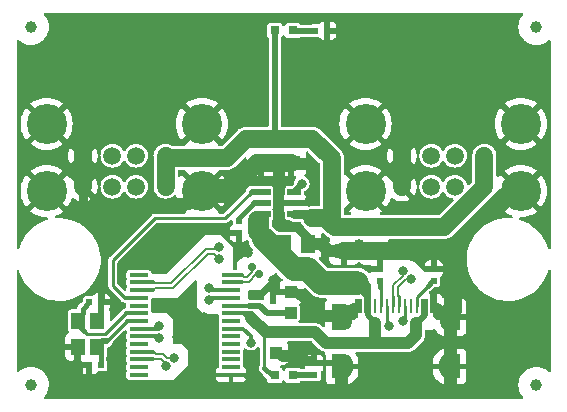
<source format=gbr>
%TF.GenerationSoftware,KiCad,Pcbnew,7.0.9-7.0.9~ubuntu22.04.1*%
%TF.CreationDate,2024-01-26T14:57:20+02:00*%
%TF.ProjectId,USB-NeoHUB_Rev_A,5553422d-4e65-46f4-9855-425f5265765f,A*%
%TF.SameCoordinates,PX5cfbb60PY69925e0*%
%TF.FileFunction,Copper,L1,Top*%
%TF.FilePolarity,Positive*%
%FSLAX46Y46*%
G04 Gerber Fmt 4.6, Leading zero omitted, Abs format (unit mm)*
G04 Created by KiCad (PCBNEW 7.0.9-7.0.9~ubuntu22.04.1) date 2024-01-26 14:57:20*
%MOMM*%
%LPD*%
G01*
G04 APERTURE LIST*
%TA.AperFunction,SMDPad,CuDef*%
%ADD10R,1.200000X0.550000*%
%TD*%
%TA.AperFunction,SMDPad,CuDef*%
%ADD11R,0.500000X0.550000*%
%TD*%
%TA.AperFunction,SMDPad,CuDef*%
%ADD12R,0.550000X0.500000*%
%TD*%
%TA.AperFunction,SMDPad,CuDef*%
%ADD13C,1.000000*%
%TD*%
%TA.AperFunction,ComponentPad*%
%ADD14C,3.400000*%
%TD*%
%TA.AperFunction,ComponentPad*%
%ADD15C,1.500000*%
%TD*%
%TA.AperFunction,SMDPad,CuDef*%
%ADD16R,1.600000X0.325000*%
%TD*%
%TA.AperFunction,SMDPad,CuDef*%
%ADD17R,1.100000X2.200000*%
%TD*%
%TA.AperFunction,ComponentPad*%
%ADD18O,1.200000X2.200000*%
%TD*%
%TA.AperFunction,SMDPad,CuDef*%
%ADD19R,1.100000X2.000000*%
%TD*%
%TA.AperFunction,ComponentPad*%
%ADD20O,1.300000X2.000000*%
%TD*%
%TA.AperFunction,SMDPad,CuDef*%
%ADD21R,0.300000X1.150000*%
%TD*%
%TA.AperFunction,SMDPad,CuDef*%
%ADD22R,0.250000X1.150000*%
%TD*%
%TA.AperFunction,ConnectorPad*%
%ADD23C,1.000000*%
%TD*%
%TA.AperFunction,SMDPad,CuDef*%
%ADD24R,0.800000X0.800000*%
%TD*%
%TA.AperFunction,SMDPad,CuDef*%
%ADD25R,1.524000X1.270000*%
%TD*%
%TA.AperFunction,SMDPad,CuDef*%
%ADD26R,1.016000X1.016000*%
%TD*%
%TA.AperFunction,SMDPad,CuDef*%
%ADD27R,1.200000X1.400000*%
%TD*%
%TA.AperFunction,SMDPad,CuDef*%
%ADD28R,1.270000X1.524000*%
%TD*%
%TA.AperFunction,ViaPad*%
%ADD29C,1.000000*%
%TD*%
%TA.AperFunction,ViaPad*%
%ADD30C,0.800000*%
%TD*%
%TA.AperFunction,ViaPad*%
%ADD31C,0.700000*%
%TD*%
%TA.AperFunction,Conductor*%
%ADD32C,0.304800*%
%TD*%
%TA.AperFunction,Conductor*%
%ADD33C,0.254000*%
%TD*%
%TA.AperFunction,Conductor*%
%ADD34C,1.016000*%
%TD*%
%TA.AperFunction,Conductor*%
%ADD35C,0.330200*%
%TD*%
%TA.AperFunction,Conductor*%
%ADD36C,2.032000*%
%TD*%
%TA.AperFunction,Conductor*%
%ADD37C,1.524000*%
%TD*%
%TA.AperFunction,Conductor*%
%ADD38C,0.508000*%
%TD*%
%TA.AperFunction,Conductor*%
%ADD39C,0.406400*%
%TD*%
%TA.AperFunction,Conductor*%
%ADD40C,0.762000*%
%TD*%
%TA.AperFunction,Conductor*%
%ADD41C,0.203200*%
%TD*%
G04 APERTURE END LIST*
D10*
X23912000Y16024000D03*
X23912000Y16974000D03*
X23912000Y17924000D03*
X21311800Y17924000D03*
X21311800Y16974000D03*
X21311800Y16024000D03*
D11*
X25690000Y31579000D03*
X26706000Y31579000D03*
D12*
X19213000Y14434000D03*
X19213000Y15450000D03*
X22134000Y7703000D03*
X22134000Y8719000D03*
D13*
X44400000Y1600000D03*
D14*
X43070000Y18000000D03*
X43070000Y23700000D03*
X29930000Y18000000D03*
X29930000Y23700000D03*
D15*
X40000000Y18380000D03*
X37500000Y18380000D03*
X35500000Y18380000D03*
X33000000Y18380000D03*
X40000000Y21000000D03*
X37500000Y21000000D03*
X35500000Y21000000D03*
X33000000Y21000000D03*
D12*
X35723000Y11386000D03*
X35723000Y10370000D03*
X31151000Y11386000D03*
X31151000Y10370000D03*
D16*
X10741000Y10912000D03*
X10741000Y10262000D03*
X10741000Y9612000D03*
X10741000Y8962000D03*
X10741000Y8312000D03*
X10741000Y7662000D03*
X10741000Y7012000D03*
X10741000Y6362000D03*
X10741000Y5712000D03*
X10741000Y5062000D03*
X10741000Y4412000D03*
X10741000Y3762000D03*
X10741000Y3112000D03*
X10741000Y2462000D03*
X18541000Y2462000D03*
X18541000Y3112000D03*
X18541000Y3762000D03*
X18541000Y4412000D03*
X18541000Y5062000D03*
X18541000Y5712000D03*
X18541000Y6362000D03*
X18541000Y7012000D03*
X18541000Y7662000D03*
X18541000Y8312000D03*
X18541000Y8962000D03*
X18541000Y9612000D03*
X18541000Y10262000D03*
X18541000Y10912000D03*
D17*
X37427600Y7330000D03*
D18*
X36820000Y7330000D03*
X28180000Y7330000D03*
D17*
X27572400Y7330000D03*
D19*
X37427600Y3150000D03*
D20*
X36820000Y3150000D03*
X28180000Y3150000D03*
D19*
X27572400Y3150000D03*
D21*
X29175000Y8232000D03*
X29975000Y8232000D03*
D22*
X31250000Y8232000D03*
X32250000Y8232000D03*
X32750000Y8232000D03*
X33750000Y8232000D03*
D21*
X35025000Y8232000D03*
X35825000Y8232000D03*
X35575000Y8232000D03*
X34775000Y8232000D03*
D22*
X34250000Y8232000D03*
X33250000Y8232000D03*
X31750000Y8232000D03*
X30750000Y8232000D03*
D21*
X30225000Y8232000D03*
X29425000Y8232000D03*
D14*
X16070000Y18000000D03*
X16070000Y23700000D03*
X2930000Y18000000D03*
X2930000Y23700000D03*
D15*
X13000000Y18380000D03*
X10500000Y18380000D03*
X8500000Y18380000D03*
X6000000Y18380000D03*
X13000000Y21000000D03*
X10500000Y21000000D03*
X8500000Y21000000D03*
X6000000Y21000000D03*
D23*
X1600000Y1600000D03*
D24*
X23762000Y31600000D03*
X22238000Y31600000D03*
D25*
X30643000Y12910000D03*
X30643000Y14942000D03*
D12*
X25600000Y2392000D03*
X25600000Y3408000D03*
D23*
X44400000Y31900000D03*
D25*
X21118000Y20403000D03*
X21118000Y22435000D03*
D26*
X23658000Y7703000D03*
X23658000Y9481000D03*
D11*
X6513000Y8592000D03*
X7529000Y8592000D03*
D27*
X5586000Y7025000D03*
X7186000Y4825000D03*
X7186000Y7025000D03*
X5586000Y4825000D03*
D28*
X23023000Y13545000D03*
X25055000Y13545000D03*
D25*
X28103000Y12910000D03*
X28103000Y14942000D03*
D11*
X7529000Y3258000D03*
X6513000Y3258000D03*
D25*
X23658000Y20403000D03*
X23658000Y22435000D03*
D26*
X22388000Y6052000D03*
X22388000Y4274000D03*
D24*
X23762000Y2400000D03*
X22238000Y2400000D03*
D13*
X1600000Y31900000D03*
D29*
X8799000Y4147000D03*
X13498000Y1353000D03*
D30*
X14387000Y14688000D03*
D29*
X1433000Y8084000D03*
X9688000Y31833000D03*
X43851000Y29293000D03*
X22614502Y18879000D03*
X25309000Y29293000D03*
X5751000Y31833000D03*
X40930000Y31579000D03*
X12609000Y29293000D03*
X6513000Y25864000D03*
X22614502Y15196000D03*
X7910000Y29293000D03*
X3592000Y6052000D03*
X30897000Y3131000D03*
X16419000Y1353000D03*
X7656000Y9735000D03*
X40422000Y1226000D03*
D30*
X15276000Y9100000D03*
D29*
X17054000Y29293000D03*
D30*
X22134000Y10497000D03*
D29*
X37247000Y28785000D03*
X14387000Y31833000D03*
D30*
X14006000Y5671000D03*
X19975000Y12783000D03*
D29*
X25309000Y20276000D03*
X7402000Y14688000D03*
X42073000Y6306000D03*
X28357000Y31579000D03*
X36485000Y12910000D03*
X23912000Y3766000D03*
X25055000Y7830000D03*
X22614502Y16974000D03*
D30*
X16292000Y7322000D03*
D29*
X11593000Y16593000D03*
X27214000Y972000D03*
X34072000Y12529000D03*
X32421000Y28912000D03*
X34707000Y3131000D03*
X40041000Y8211000D03*
X34453000Y31579000D03*
X44867000Y8465000D03*
D30*
X12482000Y8084000D03*
D29*
X8037000Y1353000D03*
X29373000Y13418000D03*
X19975000Y1353000D03*
X5497000Y3258000D03*
X19086000Y31833000D03*
D30*
X18197000Y14434000D03*
D29*
X44867000Y4909000D03*
X1941000Y27769000D03*
X39406000Y26118000D03*
X42000000Y3600000D03*
X25278900Y17355000D03*
X3592000Y1353000D03*
X12482000Y13037000D03*
X32421000Y1226000D03*
X1433000Y4655000D03*
D30*
X17562000Y13284600D03*
X17562000Y12281400D03*
X12484482Y6538600D03*
X12484482Y5535400D03*
X13725685Y3866685D03*
X13016315Y3157315D03*
X24547000Y18625000D03*
X20229000Y5163000D03*
X16641750Y8785400D03*
X31913000Y6560000D03*
X33791685Y10523315D03*
X33082315Y11232685D03*
X16641750Y9788600D03*
X33062900Y6966400D03*
D31*
X20929330Y10939670D03*
X20290670Y11578330D03*
D32*
X19594000Y7662000D02*
X19959400Y7296600D01*
D33*
X21372000Y5950400D02*
X21372000Y3004000D01*
D32*
X19959400Y7296600D02*
X20229000Y7296600D01*
X30225000Y8232000D02*
X30225000Y7486000D01*
X29975000Y8232000D02*
X29975000Y9125400D01*
D34*
X21473600Y6052000D02*
X22388000Y6052000D01*
D32*
X30225000Y10026000D02*
X30008000Y10243000D01*
D35*
X30225000Y7486000D02*
X30643000Y7068000D01*
D32*
X29906400Y9125400D02*
X29246000Y9785800D01*
D34*
X34199000Y6814000D02*
X34199000Y5798000D01*
D36*
X25055000Y11386000D02*
X26198000Y10243000D01*
D34*
X25690000Y6052000D02*
X26579000Y5163000D01*
D32*
X34775000Y8232000D02*
X34775000Y7491600D01*
D37*
X20762400Y14535600D02*
X20762400Y14662600D01*
D33*
X21473600Y6052000D02*
X21372000Y5950400D01*
D38*
X21346600Y14662600D02*
X20762400Y14662600D01*
D33*
X29975000Y7499921D02*
X30660921Y6814000D01*
D37*
X21295800Y13976800D02*
X21295800Y14002200D01*
D34*
X33564000Y5163000D02*
X30770000Y5163000D01*
D36*
X21295800Y13976800D02*
X23886600Y11386000D01*
D33*
X30660921Y6814000D02*
X30770000Y6814000D01*
D36*
X23886600Y11386000D02*
X25055000Y11386000D01*
D35*
X34775000Y7491600D02*
X34199000Y6915600D01*
D32*
X19594000Y7662000D02*
X18541000Y7662000D01*
D33*
X34339079Y6814000D02*
X34199000Y6814000D01*
D32*
X19594000Y7662000D02*
X20346200Y7662000D01*
D34*
X21473600Y6052000D02*
X20229000Y7296600D01*
D32*
X30008000Y10243000D02*
X29246000Y10243000D01*
D37*
X20762400Y14662600D02*
X20762400Y15526200D01*
D32*
X21473600Y6534600D02*
X21473600Y6052000D01*
X29246000Y9785800D02*
X29246000Y10243000D01*
D38*
X21499000Y14815000D02*
X21346600Y14662600D01*
D32*
X29975000Y9125400D02*
X29906400Y9125400D01*
X30225000Y8232000D02*
X30225000Y10026000D01*
X20229000Y7296600D02*
X20229000Y7322000D01*
D39*
X21976000Y2400000D02*
X21372000Y3004000D01*
D34*
X30770000Y5163000D02*
X30770000Y6814000D01*
D38*
X21499000Y15836800D02*
X21499000Y14815000D01*
D37*
X21295800Y14002200D02*
X20762400Y14535600D01*
D34*
X22388000Y6052000D02*
X25690000Y6052000D01*
D38*
X21311800Y16024000D02*
X21499000Y15836800D01*
D34*
X34199000Y5798000D02*
X33564000Y5163000D01*
D33*
X35025000Y8232000D02*
X35025000Y7499921D01*
D32*
X34199000Y6915600D02*
X34199000Y6814000D01*
D33*
X35025000Y7499921D02*
X34339079Y6814000D01*
D34*
X26579000Y5163000D02*
X30770000Y5163000D01*
D36*
X26198000Y10243000D02*
X29246000Y10243000D01*
D32*
X29975000Y9125400D02*
X29975000Y9514000D01*
D39*
X22238000Y2400000D02*
X21976000Y2400000D01*
D38*
X29975000Y9514000D02*
X29246000Y10243000D01*
D32*
X20346200Y7662000D02*
X21473600Y6534600D01*
D33*
X29975000Y8232000D02*
X29975000Y7499921D01*
D32*
X35575000Y8232000D02*
X36477000Y7330000D01*
D38*
X23912000Y3766000D02*
X25242000Y3766000D01*
X22134000Y8719000D02*
X22134000Y9481000D01*
D32*
X19975000Y2115000D02*
X19975000Y1353000D01*
X29425000Y8232000D02*
X28523000Y7330000D01*
D37*
X37374000Y7884000D02*
X37374000Y12910000D01*
D32*
X19213000Y13545000D02*
X19975000Y12783000D01*
D40*
X7402000Y14688000D02*
X7402000Y14942000D01*
D33*
X12482000Y8084000D02*
X12609000Y8211000D01*
D38*
X36083000Y8232000D02*
X36820000Y7495000D01*
D33*
X7656000Y9735000D02*
X7910000Y9989000D01*
D38*
X22896000Y3766000D02*
X22388000Y4274000D01*
X23912000Y3766000D02*
X22896000Y3766000D01*
D34*
X23658000Y20403000D02*
X23785000Y20276000D01*
D33*
X7910000Y9989000D02*
X7910000Y12656000D01*
D40*
X25055000Y13545000D02*
X25055000Y14053000D01*
D32*
X18541000Y2462000D02*
X19628000Y2462000D01*
D37*
X21118000Y20403000D02*
X22642000Y20403000D01*
D38*
X7186000Y7025000D02*
X7529000Y7368000D01*
X7529000Y7703000D02*
X7529000Y8592000D01*
D34*
X36820000Y7330000D02*
X37374000Y7884000D01*
D38*
X29175000Y8232000D02*
X28886000Y8232000D01*
D34*
X27453400Y7449000D02*
X25436000Y7449000D01*
D38*
X16292000Y7322000D02*
X16292000Y3385000D01*
D37*
X33000000Y18380000D02*
X33000000Y21000000D01*
D32*
X16292000Y2496000D02*
X16292000Y3385000D01*
D37*
X30643000Y12910000D02*
X35723000Y12910000D01*
D33*
X13879000Y8211000D02*
X14768000Y9100000D01*
D38*
X28886000Y8232000D02*
X28180000Y7526000D01*
D32*
X36820000Y7495000D02*
X36820000Y7330000D01*
D37*
X43070000Y18000000D02*
X42210000Y18000000D01*
D32*
X19213000Y14434000D02*
X19213000Y13545000D01*
D33*
X26452000Y3408000D02*
X26452000Y4147000D01*
D37*
X28103000Y12910000D02*
X29373000Y12910000D01*
D38*
X26706000Y31579000D02*
X28357000Y31579000D01*
X31151000Y11386000D02*
X31151000Y12402000D01*
D40*
X6000000Y16344000D02*
X6000000Y18380000D01*
X24166000Y14942000D02*
X22868502Y14942000D01*
D33*
X12609000Y8211000D02*
X13879000Y8211000D01*
D37*
X29373000Y12910000D02*
X30643000Y12910000D01*
D38*
X35825000Y8232000D02*
X36083000Y8232000D01*
X6513000Y3258000D02*
X5497000Y3258000D01*
X22134000Y9481000D02*
X22134000Y10497000D01*
D33*
X15276000Y7830000D02*
X15784000Y7322000D01*
D37*
X22642000Y20403000D02*
X23658000Y20403000D01*
D33*
X15276000Y9100000D02*
X15276000Y7830000D01*
D38*
X5586000Y4825000D02*
X5497000Y4736000D01*
D40*
X7402000Y14942000D02*
X6000000Y16344000D01*
D38*
X23912000Y16974000D02*
X22614502Y16974000D01*
D32*
X19628000Y2462000D02*
X19975000Y2115000D01*
D39*
X17943000Y14688000D02*
X18197000Y14434000D01*
D40*
X22614502Y16974000D02*
X22614502Y15196000D01*
D38*
X7529000Y8592000D02*
X7656000Y8719000D01*
X27572400Y3150000D02*
X27314400Y3408000D01*
D34*
X5497000Y1353000D02*
X19975000Y1353000D01*
D38*
X26452000Y3408000D02*
X25600000Y3408000D01*
D34*
X14951400Y16881400D02*
X13371000Y16881400D01*
D37*
X20737000Y20403000D02*
X21118000Y20403000D01*
D32*
X28523000Y7330000D02*
X28180000Y7330000D01*
D40*
X29373000Y12910000D02*
X29373000Y13418000D01*
D38*
X25278900Y17355000D02*
X25563000Y17639100D01*
D40*
X25055000Y7830000D02*
X25055000Y8490400D01*
D36*
X16070000Y18000000D02*
X18334000Y18000000D01*
D34*
X16070000Y18000000D02*
X14951400Y16881400D01*
D38*
X5497000Y4736000D02*
X5497000Y3258000D01*
D37*
X18334000Y18000000D02*
X20737000Y20403000D01*
D32*
X36477000Y7330000D02*
X36820000Y7330000D01*
D40*
X24064400Y9481000D02*
X23658000Y9481000D01*
D38*
X25563000Y17639100D02*
X25563000Y20022000D01*
X7529000Y7368000D02*
X7529000Y7703000D01*
X35723000Y11386000D02*
X35723000Y12910000D01*
X24897900Y16974000D02*
X25278900Y17355000D01*
D33*
X26452000Y3408000D02*
X26452000Y1861000D01*
D32*
X18541000Y2462000D02*
X16326000Y2462000D01*
D33*
X15784000Y7322000D02*
X16292000Y7322000D01*
D32*
X16326000Y2462000D02*
X16292000Y2496000D01*
D34*
X23785000Y20276000D02*
X25309000Y20276000D01*
D38*
X25563000Y20022000D02*
X25309000Y20276000D01*
D34*
X5497000Y3258000D02*
X5497000Y1353000D01*
D40*
X25436000Y7449000D02*
X25055000Y7830000D01*
X25055000Y8490400D02*
X24064400Y9481000D01*
D38*
X25242000Y3766000D02*
X25600000Y3408000D01*
D37*
X37374000Y12910000D02*
X35723000Y12910000D01*
X6000000Y21000000D02*
X6000000Y22430000D01*
X6000000Y18380000D02*
X6000000Y21000000D01*
X33000000Y21000000D02*
X33000000Y22506000D01*
X42210000Y18000000D02*
X40930000Y16720000D01*
D38*
X22134000Y9481000D02*
X23658000Y9481000D01*
D40*
X22868502Y14942000D02*
X22614502Y15196000D01*
X25055000Y14053000D02*
X24166000Y14942000D01*
D39*
X14387000Y14688000D02*
X17943000Y14688000D01*
D38*
X23912000Y16974000D02*
X24897900Y16974000D01*
X31151000Y12402000D02*
X30643000Y12910000D01*
D32*
X28180000Y7526000D02*
X28180000Y7330000D01*
D39*
X18197000Y14434000D02*
X19213000Y14434000D01*
D38*
X27314400Y3408000D02*
X26452000Y3408000D01*
D40*
X22614502Y16974000D02*
X22614502Y18879000D01*
D34*
X26198000Y13545000D02*
X26833000Y12910000D01*
X22614502Y20375502D02*
X22642000Y20403000D01*
X25055000Y13545000D02*
X26198000Y13545000D01*
X22614502Y18879000D02*
X22614502Y20375502D01*
D33*
X14768000Y9100000D02*
X15276000Y9100000D01*
D38*
X7656000Y8719000D02*
X7656000Y9735000D01*
D34*
X26833000Y12910000D02*
X28103000Y12910000D01*
D38*
X22134000Y7703000D02*
X21626000Y7703000D01*
X21626000Y7703000D02*
X21017000Y8312000D01*
X21017000Y8312000D02*
X20076000Y8312000D01*
D32*
X20076000Y8312000D02*
X18541000Y8312000D01*
D38*
X23658000Y7703000D02*
X22134000Y7703000D01*
D39*
X5586000Y6725000D02*
X6132000Y6179000D01*
X5586000Y7284000D02*
X5979600Y7677600D01*
X5979600Y8058600D02*
X6513000Y8592000D01*
D33*
X6325600Y5925000D02*
X7910000Y5925000D01*
D39*
X5586000Y7025000D02*
X5586000Y7284000D01*
D33*
X6132000Y6179000D02*
X6132000Y6118600D01*
D39*
X5979600Y7677600D02*
X5979600Y8058600D01*
X5586000Y7025000D02*
X5586000Y6725000D01*
D32*
X9647000Y7662000D02*
X10741000Y7662000D01*
D33*
X6132000Y6118600D02*
X6325600Y5925000D01*
X7910000Y5925000D02*
X9647000Y7662000D01*
D38*
X7186000Y4825000D02*
X7651000Y5290000D01*
D32*
X10741000Y7012000D02*
X9759000Y7012000D01*
D39*
X7186000Y4825000D02*
X7529000Y4482000D01*
X7529000Y4482000D02*
X7529000Y3258000D01*
D33*
X9759000Y7012000D02*
X8037000Y5290000D01*
D38*
X7651000Y5290000D02*
X8037000Y5290000D01*
D37*
X22261000Y22435000D02*
X23658000Y22435000D01*
X19822600Y22435000D02*
X21118000Y22435000D01*
X13000000Y21000000D02*
X13000000Y18380000D01*
X36562000Y14942000D02*
X40000000Y18380000D01*
X26960000Y15323000D02*
X27087000Y15450000D01*
X25436000Y22435000D02*
X23658000Y22435000D01*
X27087000Y15450000D02*
X27087000Y20784000D01*
X27341000Y14942000D02*
X26960000Y15323000D01*
X13216000Y20784000D02*
X18171600Y20784000D01*
X13000000Y21000000D02*
X13216000Y20784000D01*
X40000000Y18380000D02*
X40000000Y21000000D01*
X18171600Y20784000D02*
X19822600Y22435000D01*
D40*
X23912000Y16024000D02*
X25116000Y16024000D01*
D38*
X22238000Y22458000D02*
X22261000Y22435000D01*
D37*
X26960000Y15323000D02*
X26579000Y15704000D01*
X26579000Y15704000D02*
X25436000Y15704000D01*
D40*
X25116000Y16024000D02*
X25436000Y15704000D01*
D37*
X21118000Y22435000D02*
X22261000Y22435000D01*
D38*
X22238000Y31600000D02*
X22238000Y22458000D01*
D37*
X28103000Y14942000D02*
X30643000Y14942000D01*
X27087000Y20784000D02*
X25436000Y22435000D01*
X30643000Y14942000D02*
X36562000Y14942000D01*
X28103000Y14942000D02*
X27341000Y14942000D01*
D39*
X35596000Y10370000D02*
X35215000Y9989000D01*
D33*
X34250000Y8232000D02*
X34250000Y9024000D01*
X34250000Y9024000D02*
X35215000Y9989000D01*
D39*
X35723000Y10370000D02*
X35596000Y10370000D01*
D33*
X31250000Y8232000D02*
X31250000Y9763000D01*
D39*
X31151000Y10370000D02*
X31151000Y9862000D01*
D33*
X31250000Y9763000D02*
X31151000Y9862000D01*
D38*
X21311800Y16974000D02*
X20483000Y16974000D01*
D39*
X19213000Y15704000D02*
X20483000Y16974000D01*
X19213000Y15450000D02*
X19213000Y15704000D01*
D41*
X13498000Y10192200D02*
X16419000Y13113200D01*
D32*
X10741000Y10262000D02*
X11941001Y10262000D01*
D41*
X12010801Y10192200D02*
X13498000Y10192200D01*
X17390600Y13113200D02*
X17562000Y13284600D01*
X16419000Y13113200D02*
X17390600Y13113200D01*
X11941001Y10262000D02*
X12010801Y10192200D01*
X16587336Y12706800D02*
X17136600Y12706800D01*
X17136600Y12706800D02*
X17562000Y12281400D01*
X13666336Y9785800D02*
X16587336Y12706800D01*
D32*
X10741000Y9612000D02*
X11941001Y9612000D01*
D41*
X12114801Y9785800D02*
X13666336Y9785800D01*
X11941001Y9612000D02*
X12114801Y9785800D01*
D33*
X9572000Y8962000D02*
X8545000Y9989000D01*
X12101000Y15704000D02*
X18070000Y15704000D01*
X8545000Y9989000D02*
X8545000Y12148000D01*
X18070000Y15704000D02*
X20290000Y17924000D01*
D38*
X21311800Y17924000D02*
X20290000Y17924000D01*
D33*
X8545000Y12148000D02*
X12101000Y15704000D01*
D32*
X10741000Y8962000D02*
X9572000Y8962000D01*
X10741000Y6362000D02*
X12307882Y6362000D01*
X12307882Y6362000D02*
X12484482Y6538600D01*
X10741000Y5712000D02*
X12307882Y5712000D01*
X12307882Y5712000D02*
X12484482Y5535400D01*
D41*
X11941001Y4412000D02*
X12180601Y4172400D01*
X12180601Y4172400D02*
X12777336Y4172400D01*
D32*
X10741000Y4412000D02*
X11941001Y4412000D01*
D41*
X12777336Y4172400D02*
X13083051Y3866685D01*
X13083051Y3866685D02*
X13725685Y3866685D01*
X12609000Y3766000D02*
X13016315Y3358685D01*
X11945001Y3766000D02*
X12609000Y3766000D01*
X11941001Y3762000D02*
X11945001Y3766000D01*
X13016315Y3358685D02*
X13016315Y3157315D01*
D32*
X10741000Y3762000D02*
X11941001Y3762000D01*
D38*
X24547000Y18559000D02*
X23912000Y17924000D01*
D32*
X20229000Y5697700D02*
X19564700Y6362000D01*
X20229000Y5163000D02*
X20229000Y5697700D01*
D38*
X24547000Y18625000D02*
X24547000Y18559000D01*
D32*
X19564700Y6362000D02*
X18541000Y6362000D01*
D41*
X32703200Y9141301D02*
X32750000Y9094501D01*
D33*
X31913000Y6560000D02*
X31750000Y6723000D01*
D41*
X33791685Y10523315D02*
X33369684Y10523315D01*
D33*
X32750000Y9094501D02*
X32750000Y8232000D01*
D32*
X18541000Y8962000D02*
X16818350Y8962000D01*
X16818350Y8962000D02*
X16641750Y8785400D01*
D41*
X33369684Y10523315D02*
X32703200Y9856831D01*
X32703200Y9856831D02*
X32703200Y9141301D01*
D33*
X31750000Y6723000D02*
X31750000Y8232000D01*
X32250000Y9094501D02*
X32250000Y8232000D01*
D41*
X33082315Y11232685D02*
X33082315Y10810684D01*
D33*
X33250000Y7153500D02*
X33250000Y8232000D01*
X33062900Y6966400D02*
X33250000Y7153500D01*
D41*
X32296800Y9141301D02*
X32250000Y9094501D01*
X33082315Y10810684D02*
X32296800Y10025169D01*
D32*
X18541000Y9612000D02*
X16818350Y9612000D01*
D41*
X32296800Y10025169D02*
X32296800Y9141301D01*
D32*
X16818350Y9612000D02*
X16641750Y9788600D01*
D41*
X20076600Y10319200D02*
X20697070Y10939670D01*
D32*
X18541000Y10262000D02*
X19467000Y10262000D01*
D41*
X19467000Y10262000D02*
X19524200Y10319200D01*
X20697070Y10939670D02*
X20929330Y10939670D01*
X19524200Y10319200D02*
X20076600Y10319200D01*
D32*
X18541000Y10912000D02*
X19467000Y10912000D01*
D41*
X20290670Y11108006D02*
X20290670Y11578330D01*
X19653400Y10725600D02*
X19908264Y10725600D01*
X19908264Y10725600D02*
X20290670Y11108006D01*
X19467000Y10912000D02*
X19653400Y10725600D01*
D38*
X25592000Y2400000D02*
X25600000Y2392000D01*
X23762000Y2400000D02*
X25592000Y2400000D01*
X25690000Y31579000D02*
X23783000Y31579000D01*
X23783000Y31579000D02*
X23762000Y31600000D01*
%TA.AperFunction,Conductor*%
G36*
X43241174Y33098498D02*
G01*
X43287667Y33044842D01*
X43297771Y32974568D01*
X43268864Y32910670D01*
X43169334Y32794136D01*
X43169333Y32794134D01*
X43044610Y32590604D01*
X42953263Y32370074D01*
X42908467Y32183485D01*
X42897539Y32137966D01*
X42878811Y31900000D01*
X42897539Y31662034D01*
X42953263Y31429927D01*
X43044611Y31209395D01*
X43162806Y31016517D01*
X43169333Y31005867D01*
X43169334Y31005865D01*
X43324356Y30824357D01*
X43422639Y30740416D01*
X43505868Y30669332D01*
X43709395Y30544611D01*
X43929927Y30453263D01*
X44162034Y30397539D01*
X44400000Y30378811D01*
X44637966Y30397539D01*
X44870073Y30453263D01*
X45090605Y30544611D01*
X45294132Y30669332D01*
X45410671Y30768867D01*
X45475459Y30797896D01*
X45545659Y30787291D01*
X45598981Y30740416D01*
X45618500Y30673054D01*
X45618500Y13179260D01*
X45598498Y13111139D01*
X45544842Y13064646D01*
X45474568Y13054542D01*
X45409988Y13084036D01*
X45371865Y13142885D01*
X45297600Y13389181D01*
X45297596Y13389190D01*
X45284171Y13421000D01*
X45152511Y13732967D01*
X44971707Y14059374D01*
X44757232Y14364713D01*
X44757227Y14364719D01*
X44757222Y14364725D01*
X44511517Y14645527D01*
X44511515Y14645529D01*
X44237344Y14898630D01*
X44021582Y15058928D01*
X43937827Y15121153D01*
X43937827Y15121154D01*
X43658755Y15285595D01*
X43616345Y15310585D01*
X43276554Y15464770D01*
X43222119Y15482778D01*
X43018391Y15550175D01*
X42960000Y15590560D01*
X42932712Y15656103D01*
X42945191Y15725994D01*
X42993475Y15778044D01*
X43062234Y15795727D01*
X43066215Y15795529D01*
X43070006Y15795281D01*
X43357769Y15814142D01*
X43357787Y15814145D01*
X43640619Y15870404D01*
X43640632Y15870407D01*
X43913702Y15963102D01*
X43913716Y15963108D01*
X44172357Y16090654D01*
X44412144Y16250876D01*
X44412147Y16250879D01*
X44440607Y16275838D01*
X44440607Y16275840D01*
X43725308Y16991139D01*
X43881898Y17109390D01*
X44031723Y17273740D01*
X44076880Y17346673D01*
X44794160Y16629393D01*
X44794162Y16629393D01*
X44819121Y16657853D01*
X44819124Y16657856D01*
X44979346Y16897643D01*
X45106892Y17156284D01*
X45106898Y17156298D01*
X45199593Y17429368D01*
X45199596Y17429381D01*
X45255855Y17712213D01*
X45255858Y17712231D01*
X45274720Y17999997D01*
X45274720Y18000004D01*
X45255858Y18287770D01*
X45255855Y18287788D01*
X45199596Y18570620D01*
X45199593Y18570633D01*
X45106898Y18843703D01*
X45106892Y18843717D01*
X44979346Y19102358D01*
X44819123Y19342147D01*
X44794161Y19370610D01*
X44076880Y18653329D01*
X44031723Y18726260D01*
X43881898Y18890610D01*
X43725307Y19008862D01*
X44440607Y19724162D01*
X44440607Y19724164D01*
X44412152Y19749119D01*
X44412148Y19749122D01*
X44172357Y19909347D01*
X43913716Y20036893D01*
X43913702Y20036899D01*
X43640632Y20129594D01*
X43640619Y20129597D01*
X43357787Y20185856D01*
X43357769Y20185859D01*
X43070003Y20204720D01*
X43069997Y20204720D01*
X42782230Y20185859D01*
X42782212Y20185856D01*
X42499380Y20129597D01*
X42499367Y20129594D01*
X42226297Y20036899D01*
X42226283Y20036893D01*
X41967642Y19909347D01*
X41727852Y19749123D01*
X41727849Y19749121D01*
X41699391Y19724164D01*
X41699391Y19724162D01*
X42414691Y19008862D01*
X42258102Y18890610D01*
X42108277Y18726260D01*
X42063119Y18653328D01*
X41345838Y19370609D01*
X41345836Y19370609D01*
X41320879Y19342151D01*
X41320877Y19342148D01*
X41247265Y19231980D01*
X41192788Y19186452D01*
X41122344Y19177605D01*
X41058301Y19208246D01*
X41020989Y19268648D01*
X41016500Y19301982D01*
X41016500Y21049925D01*
X41016499Y21049943D01*
X41012963Y21085841D01*
X41004194Y21174880D01*
X41001793Y21199261D01*
X41001793Y21199264D01*
X41001792Y21199267D01*
X41001792Y21199269D01*
X40943667Y21390880D01*
X40929556Y21417279D01*
X40849279Y21567467D01*
X40849278Y21567469D01*
X40722252Y21722252D01*
X40567469Y21849278D01*
X40567467Y21849279D01*
X40567466Y21849280D01*
X40390883Y21943666D01*
X40390877Y21943668D01*
X40238257Y21989965D01*
X40199269Y22001792D01*
X40199268Y22001793D01*
X40199262Y22001794D01*
X40000003Y22021418D01*
X39999997Y22021418D01*
X39800738Y22001794D01*
X39800736Y22001794D01*
X39609122Y21943668D01*
X39609116Y21943666D01*
X39432533Y21849280D01*
X39277748Y21722252D01*
X39150720Y21567467D01*
X39056334Y21390884D01*
X39056332Y21390878D01*
X38998206Y21199264D01*
X38998206Y21199261D01*
X38983500Y21049943D01*
X38983500Y18853241D01*
X38963498Y18785120D01*
X38946595Y18764145D01*
X38701312Y18518863D01*
X38639000Y18484838D01*
X38568184Y18489903D01*
X38511349Y18532450D01*
X38491642Y18571384D01*
X38489965Y18576911D01*
X38489965Y18576916D01*
X38432527Y18766265D01*
X38339252Y18940770D01*
X38213725Y19093725D01*
X38060770Y19219252D01*
X37886265Y19312527D01*
X37696916Y19369965D01*
X37696915Y19369966D01*
X37696909Y19369967D01*
X37500003Y19389360D01*
X37499997Y19389360D01*
X37303090Y19369967D01*
X37113734Y19312527D01*
X36939229Y19219252D01*
X36786275Y19093725D01*
X36660748Y18940771D01*
X36611122Y18847927D01*
X36561370Y18797279D01*
X36492133Y18781569D01*
X36425394Y18805785D01*
X36388878Y18847927D01*
X36339251Y18940771D01*
X36213725Y19093725D01*
X36060770Y19219252D01*
X35886265Y19312527D01*
X35696916Y19369965D01*
X35696915Y19369966D01*
X35696909Y19369967D01*
X35500003Y19389360D01*
X35499997Y19389360D01*
X35303090Y19369967D01*
X35113734Y19312527D01*
X34939229Y19219252D01*
X34786275Y19093725D01*
X34660748Y18940771D01*
X34567473Y18766266D01*
X34510033Y18576910D01*
X34498545Y18460271D01*
X34471962Y18394439D01*
X34453050Y18381058D01*
X34463649Y18375050D01*
X34496682Y18312206D01*
X34498545Y18299730D01*
X34510033Y18183091D01*
X34510034Y18183085D01*
X34510035Y18183084D01*
X34567473Y17993735D01*
X34660748Y17819230D01*
X34786275Y17666275D01*
X34939230Y17540748D01*
X35113735Y17447473D01*
X35303084Y17390035D01*
X35303088Y17390035D01*
X35303090Y17390034D01*
X35499997Y17370640D01*
X35500000Y17370640D01*
X35500003Y17370640D01*
X35696909Y17390034D01*
X35696910Y17390035D01*
X35696916Y17390035D01*
X35886265Y17447473D01*
X36060770Y17540748D01*
X36213725Y17666275D01*
X36339252Y17819230D01*
X36388878Y17912075D01*
X36438630Y17962722D01*
X36507867Y17978432D01*
X36574606Y17954216D01*
X36611121Y17912075D01*
X36660748Y17819230D01*
X36786275Y17666275D01*
X36939230Y17540748D01*
X37113735Y17447473D01*
X37303084Y17390035D01*
X37303089Y17390035D01*
X37308616Y17388358D01*
X37367997Y17349443D01*
X37396913Y17284602D01*
X37386183Y17214421D01*
X37361137Y17178688D01*
X36177857Y15995405D01*
X36115544Y15961380D01*
X36088761Y15958500D01*
X31249940Y15958500D01*
X31181819Y15978502D01*
X31135326Y16032158D01*
X31125222Y16102432D01*
X31154716Y16167012D01*
X31179938Y16189265D01*
X31272144Y16250876D01*
X31272147Y16250879D01*
X31300607Y16275838D01*
X31300607Y16275840D01*
X30585308Y16991139D01*
X30741898Y17109390D01*
X30891723Y17273740D01*
X30936880Y17346673D01*
X31654160Y16629393D01*
X31654162Y16629393D01*
X31679121Y16657853D01*
X31679124Y16657856D01*
X31839346Y16897643D01*
X31966892Y17156284D01*
X31966898Y17156298D01*
X32028404Y17337490D01*
X32069241Y17395566D01*
X32134993Y17422345D01*
X32204786Y17409324D01*
X32219987Y17400202D01*
X32372611Y17293334D01*
X32372613Y17293333D01*
X32570838Y17200899D01*
X32570844Y17200897D01*
X32782107Y17144289D01*
X33000000Y17125226D01*
X33217892Y17144289D01*
X33429155Y17200897D01*
X33429161Y17200899D01*
X33627384Y17293332D01*
X33689571Y17336876D01*
X33132533Y17893914D01*
X33142315Y17895320D01*
X33273100Y17955048D01*
X33381761Y18049202D01*
X33459493Y18170156D01*
X33483076Y18250476D01*
X34043123Y17690429D01*
X34043124Y17690429D01*
X34086668Y17752616D01*
X34179101Y17950839D01*
X34179103Y17950845D01*
X34235711Y18162108D01*
X34247631Y18298360D01*
X34273494Y18364478D01*
X34293592Y18379033D01*
X34281703Y18385944D01*
X34249358Y18449145D01*
X34247631Y18461641D01*
X34235711Y18597893D01*
X34179103Y18809156D01*
X34179101Y18809161D01*
X34086667Y19007387D01*
X34043123Y19069572D01*
X33483076Y18509525D01*
X33459493Y18589844D01*
X33381761Y18710798D01*
X33273100Y18804952D01*
X33142315Y18864680D01*
X33132532Y18866087D01*
X33689571Y19423126D01*
X33627389Y19466666D01*
X33429160Y19559102D01*
X33429153Y19559105D01*
X33394860Y19568293D01*
X33334237Y19605244D01*
X33303215Y19669105D01*
X33311643Y19739599D01*
X33356845Y19794346D01*
X33394860Y19811707D01*
X33429153Y19820896D01*
X33429161Y19820899D01*
X33627384Y19913332D01*
X33689571Y19956876D01*
X33689571Y19956877D01*
X33132534Y20513914D01*
X33142315Y20515320D01*
X33273100Y20575048D01*
X33381761Y20669202D01*
X33459493Y20790156D01*
X33483076Y20870476D01*
X34043123Y20310429D01*
X34043124Y20310429D01*
X34086668Y20372616D01*
X34179101Y20570839D01*
X34179103Y20570845D01*
X34235711Y20782108D01*
X34247631Y20918360D01*
X34273494Y20984478D01*
X34293592Y20999033D01*
X34290108Y21001058D01*
X34453050Y21001058D01*
X34463649Y20995050D01*
X34496682Y20932206D01*
X34498545Y20919730D01*
X34510033Y20803091D01*
X34510034Y20803085D01*
X34510035Y20803084D01*
X34567473Y20613735D01*
X34660748Y20439230D01*
X34786275Y20286275D01*
X34939230Y20160748D01*
X35113735Y20067473D01*
X35303084Y20010035D01*
X35303088Y20010035D01*
X35303090Y20010034D01*
X35499997Y19990640D01*
X35500000Y19990640D01*
X35500003Y19990640D01*
X35696909Y20010034D01*
X35696910Y20010035D01*
X35696916Y20010035D01*
X35886265Y20067473D01*
X36060770Y20160748D01*
X36213725Y20286275D01*
X36339252Y20439230D01*
X36388878Y20532075D01*
X36438630Y20582722D01*
X36507867Y20598432D01*
X36574606Y20574216D01*
X36611121Y20532075D01*
X36660748Y20439230D01*
X36786275Y20286275D01*
X36939230Y20160748D01*
X37113735Y20067473D01*
X37303084Y20010035D01*
X37303088Y20010035D01*
X37303090Y20010034D01*
X37499997Y19990640D01*
X37500000Y19990640D01*
X37500003Y19990640D01*
X37696909Y20010034D01*
X37696910Y20010035D01*
X37696916Y20010035D01*
X37886265Y20067473D01*
X38060770Y20160748D01*
X38213725Y20286275D01*
X38339252Y20439230D01*
X38432527Y20613735D01*
X38489965Y20803084D01*
X38491214Y20815759D01*
X38509360Y20999998D01*
X38509360Y21000003D01*
X38489966Y21196910D01*
X38489965Y21196912D01*
X38489965Y21196916D01*
X38432527Y21386265D01*
X38339252Y21560770D01*
X38213725Y21713725D01*
X38060770Y21839252D01*
X37886265Y21932527D01*
X37696916Y21989965D01*
X37696915Y21989966D01*
X37696909Y21989967D01*
X37500003Y22009360D01*
X37499997Y22009360D01*
X37303090Y21989967D01*
X37113734Y21932527D01*
X36939229Y21839252D01*
X36786275Y21713725D01*
X36660748Y21560771D01*
X36611122Y21467927D01*
X36561370Y21417279D01*
X36492133Y21401569D01*
X36425394Y21425785D01*
X36388878Y21467927D01*
X36339251Y21560771D01*
X36333754Y21567469D01*
X36213725Y21713725D01*
X36060770Y21839252D01*
X35886265Y21932527D01*
X35696916Y21989965D01*
X35696915Y21989966D01*
X35696909Y21989967D01*
X35500003Y22009360D01*
X35499997Y22009360D01*
X35303090Y21989967D01*
X35113734Y21932527D01*
X34939229Y21839252D01*
X34786275Y21713725D01*
X34660748Y21560771D01*
X34567473Y21386266D01*
X34510033Y21196910D01*
X34498545Y21080271D01*
X34471962Y21014439D01*
X34453050Y21001058D01*
X34290108Y21001058D01*
X34281703Y21005944D01*
X34249358Y21069145D01*
X34247631Y21081641D01*
X34235711Y21217893D01*
X34179103Y21429156D01*
X34179101Y21429161D01*
X34086667Y21627387D01*
X34043123Y21689572D01*
X33483076Y21129525D01*
X33459493Y21209844D01*
X33381761Y21330798D01*
X33273100Y21424952D01*
X33142315Y21484680D01*
X33132532Y21486087D01*
X33689571Y22043126D01*
X33627389Y22086666D01*
X33429160Y22179102D01*
X33429155Y22179104D01*
X33217892Y22235712D01*
X33000000Y22254775D01*
X32782107Y22235712D01*
X32570844Y22179104D01*
X32570839Y22179102D01*
X32372609Y22086666D01*
X32310428Y22043127D01*
X32310428Y22043126D01*
X32867467Y21486087D01*
X32857685Y21484680D01*
X32726900Y21424952D01*
X32618239Y21330798D01*
X32540507Y21209844D01*
X32516922Y21129524D01*
X31956874Y21689572D01*
X31956873Y21689572D01*
X31913334Y21627391D01*
X31820898Y21429161D01*
X31820896Y21429156D01*
X31764288Y21217893D01*
X31745225Y21000000D01*
X31764288Y20782108D01*
X31820896Y20570845D01*
X31820898Y20570840D01*
X31913334Y20372611D01*
X31956874Y20310429D01*
X32516922Y20870477D01*
X32540507Y20790156D01*
X32618239Y20669202D01*
X32726900Y20575048D01*
X32857685Y20515320D01*
X32867466Y20513914D01*
X32310427Y19956876D01*
X32310427Y19956874D01*
X32372608Y19913335D01*
X32570838Y19820899D01*
X32570844Y19820897D01*
X32605140Y19811707D01*
X32665763Y19774755D01*
X32696784Y19710895D01*
X32688356Y19640400D01*
X32643153Y19585653D01*
X32605140Y19568293D01*
X32570844Y19559104D01*
X32570839Y19559102D01*
X32372609Y19466666D01*
X32310428Y19423127D01*
X32310428Y19423126D01*
X32867467Y18866087D01*
X32857685Y18864680D01*
X32726900Y18804952D01*
X32618239Y18710798D01*
X32540507Y18589844D01*
X32516923Y18509524D01*
X31956875Y19069572D01*
X31940838Y19068169D01*
X31871234Y19082159D01*
X31825093Y19123688D01*
X31679123Y19342147D01*
X31654161Y19370610D01*
X30936880Y18653329D01*
X30891723Y18726260D01*
X30741898Y18890610D01*
X30585307Y19008862D01*
X31300607Y19724162D01*
X31300607Y19724164D01*
X31272152Y19749119D01*
X31272148Y19749122D01*
X31032357Y19909347D01*
X30773716Y20036893D01*
X30773702Y20036899D01*
X30500632Y20129594D01*
X30500619Y20129597D01*
X30217787Y20185856D01*
X30217769Y20185859D01*
X29930003Y20204720D01*
X29929997Y20204720D01*
X29642230Y20185859D01*
X29642212Y20185856D01*
X29359380Y20129597D01*
X29359367Y20129594D01*
X29086297Y20036899D01*
X29086283Y20036893D01*
X28827642Y19909347D01*
X28587852Y19749123D01*
X28587849Y19749121D01*
X28559391Y19724164D01*
X28559391Y19724162D01*
X29274691Y19008862D01*
X29118102Y18890610D01*
X28968277Y18726260D01*
X28923119Y18653328D01*
X28194929Y19381518D01*
X28164881Y19389283D01*
X28116659Y19441390D01*
X28103500Y19497452D01*
X28103500Y20730964D01*
X28103804Y20737144D01*
X28108419Y20783999D01*
X28108419Y20784003D01*
X28088793Y20983262D01*
X28088792Y20983264D01*
X28088792Y20983269D01*
X28030668Y21174879D01*
X27936279Y21351469D01*
X27841083Y21467465D01*
X27809252Y21506252D01*
X27772841Y21536133D01*
X27768281Y21540267D01*
X26192270Y23116278D01*
X26188126Y23120851D01*
X26158252Y23157252D01*
X26087143Y23215609D01*
X26003469Y23284278D01*
X26003467Y23284279D01*
X26003466Y23284280D01*
X25826883Y23378666D01*
X25826877Y23378668D01*
X25716294Y23412213D01*
X25635269Y23436792D01*
X25635266Y23436793D01*
X25635261Y23436794D01*
X25535721Y23446597D01*
X25436002Y23456419D01*
X25435998Y23456419D01*
X25389145Y23451804D01*
X25382966Y23451500D01*
X22872500Y23451500D01*
X22804379Y23471502D01*
X22757886Y23525158D01*
X22746500Y23577500D01*
X22746500Y23699997D01*
X27725280Y23699997D01*
X27744141Y23412231D01*
X27744144Y23412213D01*
X27800403Y23129381D01*
X27800406Y23129368D01*
X27893101Y22856298D01*
X27893107Y22856284D01*
X28020653Y22597643D01*
X28180878Y22357852D01*
X28180881Y22357848D01*
X28205836Y22329393D01*
X28205838Y22329393D01*
X28923118Y23046674D01*
X28968277Y22973740D01*
X29118102Y22809390D01*
X29274690Y22691140D01*
X28559390Y21975839D01*
X28587853Y21950877D01*
X28827642Y21790654D01*
X29086283Y21663108D01*
X29086297Y21663102D01*
X29359367Y21570407D01*
X29359380Y21570404D01*
X29642212Y21514145D01*
X29642230Y21514142D01*
X29929997Y21495280D01*
X29930003Y21495280D01*
X30217769Y21514142D01*
X30217787Y21514145D01*
X30500619Y21570404D01*
X30500632Y21570407D01*
X30773702Y21663102D01*
X30773716Y21663108D01*
X31032357Y21790654D01*
X31272144Y21950876D01*
X31272147Y21950879D01*
X31300607Y21975838D01*
X31300607Y21975840D01*
X30585308Y22691139D01*
X30741898Y22809390D01*
X30891723Y22973740D01*
X30936880Y23046673D01*
X31654160Y22329393D01*
X31654162Y22329393D01*
X31679121Y22357853D01*
X31679124Y22357856D01*
X31839346Y22597643D01*
X31966892Y22856284D01*
X31966898Y22856298D01*
X32059593Y23129368D01*
X32059596Y23129381D01*
X32115855Y23412213D01*
X32115858Y23412231D01*
X32134720Y23699997D01*
X40865280Y23699997D01*
X40884141Y23412231D01*
X40884144Y23412213D01*
X40940403Y23129381D01*
X40940406Y23129368D01*
X41033101Y22856298D01*
X41033107Y22856284D01*
X41160653Y22597643D01*
X41320878Y22357852D01*
X41320881Y22357848D01*
X41345836Y22329393D01*
X41345838Y22329393D01*
X42063118Y23046674D01*
X42108277Y22973740D01*
X42258102Y22809390D01*
X42414690Y22691140D01*
X41699390Y21975839D01*
X41727853Y21950877D01*
X41967642Y21790654D01*
X42226283Y21663108D01*
X42226297Y21663102D01*
X42499367Y21570407D01*
X42499380Y21570404D01*
X42782212Y21514145D01*
X42782230Y21514142D01*
X43069997Y21495280D01*
X43070003Y21495280D01*
X43357769Y21514142D01*
X43357787Y21514145D01*
X43640619Y21570404D01*
X43640632Y21570407D01*
X43913702Y21663102D01*
X43913716Y21663108D01*
X44172357Y21790654D01*
X44412144Y21950876D01*
X44412147Y21950879D01*
X44440607Y21975838D01*
X44440607Y21975840D01*
X43725308Y22691139D01*
X43881898Y22809390D01*
X44031723Y22973740D01*
X44076880Y23046673D01*
X44794160Y22329393D01*
X44794162Y22329393D01*
X44819121Y22357853D01*
X44819124Y22357856D01*
X44979346Y22597643D01*
X45106892Y22856284D01*
X45106898Y22856298D01*
X45199593Y23129368D01*
X45199596Y23129381D01*
X45255855Y23412213D01*
X45255858Y23412231D01*
X45274720Y23699997D01*
X45274720Y23700004D01*
X45255858Y23987770D01*
X45255855Y23987788D01*
X45199596Y24270620D01*
X45199593Y24270633D01*
X45106898Y24543703D01*
X45106892Y24543717D01*
X44979346Y24802358D01*
X44819123Y25042147D01*
X44794161Y25070610D01*
X44076880Y24353329D01*
X44031723Y24426260D01*
X43881898Y24590610D01*
X43725307Y24708862D01*
X44440607Y25424162D01*
X44440607Y25424164D01*
X44412152Y25449119D01*
X44412148Y25449122D01*
X44172357Y25609347D01*
X43913716Y25736893D01*
X43913702Y25736899D01*
X43640632Y25829594D01*
X43640619Y25829597D01*
X43357787Y25885856D01*
X43357769Y25885859D01*
X43070003Y25904720D01*
X43069997Y25904720D01*
X42782230Y25885859D01*
X42782212Y25885856D01*
X42499380Y25829597D01*
X42499367Y25829594D01*
X42226297Y25736899D01*
X42226283Y25736893D01*
X41967642Y25609347D01*
X41727852Y25449123D01*
X41727849Y25449121D01*
X41699391Y25424164D01*
X41699391Y25424162D01*
X42414691Y24708862D01*
X42258102Y24590610D01*
X42108277Y24426260D01*
X42063119Y24353328D01*
X41345838Y25070609D01*
X41345836Y25070609D01*
X41320879Y25042151D01*
X41320877Y25042148D01*
X41160653Y24802358D01*
X41033107Y24543717D01*
X41033101Y24543703D01*
X40940406Y24270633D01*
X40940403Y24270620D01*
X40884144Y23987788D01*
X40884141Y23987770D01*
X40865280Y23700004D01*
X40865280Y23699997D01*
X32134720Y23699997D01*
X32134720Y23700004D01*
X32115858Y23987770D01*
X32115855Y23987788D01*
X32059596Y24270620D01*
X32059593Y24270633D01*
X31966898Y24543703D01*
X31966892Y24543717D01*
X31839346Y24802358D01*
X31679123Y25042147D01*
X31654161Y25070610D01*
X30936880Y24353329D01*
X30891723Y24426260D01*
X30741898Y24590610D01*
X30585307Y24708862D01*
X31300607Y25424162D01*
X31300607Y25424164D01*
X31272152Y25449119D01*
X31272148Y25449122D01*
X31032357Y25609347D01*
X30773716Y25736893D01*
X30773702Y25736899D01*
X30500632Y25829594D01*
X30500619Y25829597D01*
X30217787Y25885856D01*
X30217769Y25885859D01*
X29930003Y25904720D01*
X29929997Y25904720D01*
X29642230Y25885859D01*
X29642212Y25885856D01*
X29359380Y25829597D01*
X29359367Y25829594D01*
X29086297Y25736899D01*
X29086283Y25736893D01*
X28827642Y25609347D01*
X28587852Y25449123D01*
X28587849Y25449121D01*
X28559391Y25424164D01*
X28559391Y25424162D01*
X29274691Y24708862D01*
X29118102Y24590610D01*
X28968277Y24426260D01*
X28923119Y24353328D01*
X28205838Y25070609D01*
X28205836Y25070609D01*
X28180879Y25042151D01*
X28180877Y25042148D01*
X28020653Y24802358D01*
X27893107Y24543717D01*
X27893101Y24543703D01*
X27800406Y24270633D01*
X27800403Y24270620D01*
X27744144Y23987788D01*
X27744141Y23987770D01*
X27725280Y23700004D01*
X27725280Y23699997D01*
X22746500Y23699997D01*
X22746500Y30899065D01*
X22766502Y30967186D01*
X22802497Y31003830D01*
X22821484Y31016516D01*
X22853390Y31064266D01*
X22877734Y31100698D01*
X22882483Y31112163D01*
X22885267Y31111010D01*
X22909326Y31157006D01*
X22971020Y31192139D01*
X23041915Y31188341D01*
X23099502Y31146817D01*
X23115676Y31111402D01*
X23117517Y31112164D01*
X23122265Y31100700D01*
X23178516Y31016516D01*
X23262697Y30960267D01*
X23262699Y30960266D01*
X23336933Y30945500D01*
X24187066Y30945501D01*
X24187069Y30945502D01*
X24187073Y30945502D01*
X24236326Y30955299D01*
X24261301Y30960266D01*
X24345484Y31016516D01*
X24345484Y31016518D01*
X24345486Y31016518D01*
X24354260Y31025291D01*
X24355528Y31024023D01*
X24398620Y31060031D01*
X24448904Y31070500D01*
X25300585Y31070500D01*
X25328194Y31065009D01*
X25328528Y31066687D01*
X25340698Y31064267D01*
X25340699Y31064266D01*
X25414933Y31049500D01*
X25958866Y31049501D01*
X26026987Y31029499D01*
X26059733Y30999011D01*
X26098807Y30946815D01*
X26213912Y30860647D01*
X26348628Y30810401D01*
X26408159Y30804001D01*
X26408176Y30804000D01*
X26456000Y30804000D01*
X26456000Y31329000D01*
X26956000Y31329000D01*
X26956000Y30804000D01*
X27003824Y30804000D01*
X27003840Y30804001D01*
X27063371Y30810401D01*
X27198089Y30860648D01*
X27313189Y30946811D01*
X27399352Y31061911D01*
X27449599Y31196629D01*
X27455999Y31256160D01*
X27456000Y31256177D01*
X27456000Y31329000D01*
X26956000Y31329000D01*
X26456000Y31329000D01*
X26456000Y32354000D01*
X26956000Y32354000D01*
X26956000Y31829000D01*
X27456000Y31829000D01*
X27456000Y31901824D01*
X27455999Y31901841D01*
X27449599Y31961372D01*
X27399352Y32096090D01*
X27313189Y32211190D01*
X27198089Y32297353D01*
X27063371Y32347600D01*
X27003840Y32354000D01*
X26956000Y32354000D01*
X26456000Y32354000D01*
X26408159Y32354000D01*
X26348628Y32347600D01*
X26213910Y32297353D01*
X26098811Y32211190D01*
X26059733Y32158989D01*
X26002896Y32116443D01*
X25958866Y32108500D01*
X25414936Y32108500D01*
X25414926Y32108499D01*
X25328528Y32091313D01*
X25328194Y32092991D01*
X25300587Y32087500D01*
X24476967Y32087500D01*
X24408846Y32107502D01*
X24372202Y32143498D01*
X24345483Y32183485D01*
X24261302Y32239734D01*
X24187068Y32254500D01*
X23336936Y32254500D01*
X23336926Y32254499D01*
X23262699Y32239735D01*
X23178515Y32183484D01*
X23122265Y32099303D01*
X23117517Y32087837D01*
X23114734Y32088990D01*
X23090655Y32042976D01*
X23028953Y32007856D01*
X22958059Y32011669D01*
X22900481Y32053205D01*
X22884323Y32088599D01*
X22882483Y32087836D01*
X22877734Y32099301D01*
X22866280Y32116443D01*
X22821484Y32183484D01*
X22780020Y32211190D01*
X22737302Y32239734D01*
X22663068Y32254500D01*
X21812936Y32254500D01*
X21812926Y32254499D01*
X21738699Y32239735D01*
X21654515Y32183484D01*
X21598266Y32099303D01*
X21583500Y32025070D01*
X21583500Y31174937D01*
X21583501Y31174927D01*
X21598265Y31100700D01*
X21654515Y31016518D01*
X21654516Y31016516D01*
X21673501Y31003830D01*
X21719029Y30949354D01*
X21729500Y30899065D01*
X21729500Y23577500D01*
X21709498Y23509379D01*
X21655842Y23462886D01*
X21603500Y23451500D01*
X19875637Y23451500D01*
X19869457Y23451804D01*
X19822602Y23456419D01*
X19822597Y23456419D01*
X19623338Y23436794D01*
X19431720Y23378668D01*
X19255133Y23284281D01*
X19171455Y23215608D01*
X19100349Y23157254D01*
X19070474Y23120852D01*
X19066319Y23116269D01*
X17787455Y21837404D01*
X17725145Y21803380D01*
X17698362Y21800500D01*
X17565061Y21800500D01*
X17496940Y21820502D01*
X17450447Y21874158D01*
X17439128Y21930621D01*
X17440607Y21975840D01*
X16725308Y22691139D01*
X16881898Y22809390D01*
X17031723Y22973740D01*
X17076880Y23046673D01*
X17794160Y22329393D01*
X17794162Y22329393D01*
X17819121Y22357853D01*
X17819124Y22357856D01*
X17979346Y22597643D01*
X18106892Y22856284D01*
X18106898Y22856298D01*
X18199593Y23129368D01*
X18199596Y23129381D01*
X18255855Y23412213D01*
X18255858Y23412231D01*
X18274720Y23699997D01*
X18274720Y23700004D01*
X18255858Y23987770D01*
X18255855Y23987788D01*
X18199596Y24270620D01*
X18199593Y24270633D01*
X18106898Y24543703D01*
X18106892Y24543717D01*
X17979346Y24802358D01*
X17819123Y25042147D01*
X17794161Y25070610D01*
X17076880Y24353329D01*
X17031723Y24426260D01*
X16881898Y24590610D01*
X16725307Y24708862D01*
X17440607Y25424162D01*
X17440607Y25424164D01*
X17412152Y25449119D01*
X17412148Y25449122D01*
X17172357Y25609347D01*
X16913716Y25736893D01*
X16913702Y25736899D01*
X16640632Y25829594D01*
X16640619Y25829597D01*
X16357787Y25885856D01*
X16357769Y25885859D01*
X16070003Y25904720D01*
X16069997Y25904720D01*
X15782230Y25885859D01*
X15782212Y25885856D01*
X15499380Y25829597D01*
X15499367Y25829594D01*
X15226297Y25736899D01*
X15226283Y25736893D01*
X14967642Y25609347D01*
X14727852Y25449123D01*
X14727849Y25449121D01*
X14699391Y25424164D01*
X14699391Y25424162D01*
X15414691Y24708862D01*
X15258102Y24590610D01*
X15108277Y24426260D01*
X15063119Y24353328D01*
X14345838Y25070609D01*
X14345836Y25070609D01*
X14320879Y25042151D01*
X14320877Y25042148D01*
X14160653Y24802358D01*
X14033107Y24543717D01*
X14033101Y24543703D01*
X13940406Y24270633D01*
X13940403Y24270620D01*
X13884144Y23987788D01*
X13884141Y23987770D01*
X13865280Y23700004D01*
X13865280Y23699997D01*
X13884141Y23412231D01*
X13884144Y23412213D01*
X13940403Y23129381D01*
X13940406Y23129368D01*
X14033101Y22856298D01*
X14033107Y22856284D01*
X14160653Y22597643D01*
X14320878Y22357852D01*
X14320881Y22357848D01*
X14345836Y22329393D01*
X14345838Y22329393D01*
X15063118Y23046674D01*
X15108277Y22973740D01*
X15258102Y22809390D01*
X15414690Y22691140D01*
X14699390Y21975839D01*
X14700871Y21930622D01*
X14683108Y21861883D01*
X14631002Y21813660D01*
X14574938Y21800500D01*
X13671989Y21800500D01*
X13603868Y21820502D01*
X13592055Y21829101D01*
X13567471Y21849277D01*
X13567468Y21849279D01*
X13390883Y21943666D01*
X13390877Y21943668D01*
X13284827Y21975838D01*
X13199269Y22001792D01*
X13199266Y22001793D01*
X13199261Y22001794D01*
X13099635Y22011605D01*
X13000001Y22021419D01*
X12999999Y22021419D01*
X12900364Y22011605D01*
X12800739Y22001794D01*
X12800736Y22001794D01*
X12609122Y21943668D01*
X12609116Y21943666D01*
X12432533Y21849280D01*
X12277748Y21722252D01*
X12150720Y21567467D01*
X12056334Y21390884D01*
X12056333Y21390880D01*
X11998208Y21199269D01*
X11998208Y21199267D01*
X11988403Y21099721D01*
X11978581Y21000002D01*
X11978581Y20999999D01*
X11983196Y20953146D01*
X11983500Y20946967D01*
X11983500Y18330058D01*
X11998206Y18180740D01*
X11998206Y18180737D01*
X12056332Y17989123D01*
X12056334Y17989117D01*
X12094186Y17918302D01*
X12150722Y17812531D01*
X12277748Y17657748D01*
X12432531Y17530722D01*
X12432533Y17530721D01*
X12588278Y17447473D01*
X12609120Y17436333D01*
X12800731Y17378208D01*
X12800735Y17378208D01*
X12800737Y17378207D01*
X12999997Y17358582D01*
X13000000Y17358582D01*
X13000003Y17358582D01*
X13199261Y17378207D01*
X13199263Y17378207D01*
X13199264Y17378208D01*
X13199269Y17378208D01*
X13390880Y17436333D01*
X13567469Y17530722D01*
X13708240Y17646249D01*
X13773585Y17674001D01*
X13843563Y17662019D01*
X13895955Y17614106D01*
X13911750Y17573430D01*
X13940404Y17429378D01*
X13940406Y17429368D01*
X14033101Y17156298D01*
X14033107Y17156284D01*
X14160653Y16897643D01*
X14320878Y16657852D01*
X14320881Y16657848D01*
X14345836Y16629393D01*
X14345838Y16629393D01*
X15063118Y17346674D01*
X15108277Y17273740D01*
X15258102Y17109390D01*
X15414690Y16991140D01*
X14699390Y16275839D01*
X14700227Y16250275D01*
X14702760Y16246282D01*
X14702340Y16175286D01*
X14663603Y16115788D01*
X14598849Y16086678D01*
X14581656Y16085500D01*
X12153634Y16085500D01*
X12127775Y16088182D01*
X12116983Y16090445D01*
X12081192Y16085984D01*
X12073402Y16085500D01*
X12069389Y16085500D01*
X12045983Y16081595D01*
X12041388Y16081023D01*
X11990644Y16074697D01*
X11982932Y16072400D01*
X11975417Y16069820D01*
X11926353Y16043269D01*
X11876253Y16018776D01*
X11869743Y16014128D01*
X11863437Y16009220D01*
X11825657Y15968180D01*
X8312455Y12454980D01*
X8292282Y12438596D01*
X8283041Y12432559D01*
X8260896Y12404107D01*
X8255736Y12398262D01*
X8252892Y12395417D01*
X8239099Y12376100D01*
X8204840Y12332084D01*
X8201030Y12325042D01*
X8197524Y12317871D01*
X8181610Y12264414D01*
X8163499Y12211661D01*
X8162184Y12203782D01*
X8161194Y12195840D01*
X8163500Y12140116D01*
X8163500Y10041634D01*
X8160818Y10015777D01*
X8158554Y10004984D01*
X8159151Y10000200D01*
X8163016Y9969191D01*
X8163500Y9961400D01*
X8163500Y9957385D01*
X8163499Y9957385D01*
X8167403Y9933997D01*
X8174303Y9878643D01*
X8176588Y9870968D01*
X8179180Y9863418D01*
X8179181Y9863415D01*
X8179182Y9863414D01*
X8205729Y9814359D01*
X8219257Y9786688D01*
X8230225Y9764252D01*
X8234868Y9757749D01*
X8239782Y9751435D01*
X8274350Y9719614D01*
X8280819Y9713659D01*
X9187279Y8807199D01*
X9210448Y8775310D01*
X9238705Y8719852D01*
X9238709Y8719847D01*
X9329848Y8628708D01*
X9369108Y8608705D01*
X9444694Y8570191D01*
X9539976Y8555100D01*
X9560500Y8555100D01*
X9628621Y8535098D01*
X9675114Y8481442D01*
X9686500Y8429100D01*
X9686500Y8187843D01*
X9666498Y8119722D01*
X9612842Y8073229D01*
X9580211Y8063394D01*
X9519694Y8053809D01*
X9519692Y8053809D01*
X9519692Y8053808D01*
X9404848Y7995293D01*
X9313710Y7904155D01*
X9285450Y7848693D01*
X9262280Y7816803D01*
X8501093Y7055617D01*
X8438783Y7021593D01*
X8367968Y7026657D01*
X8311132Y7069204D01*
X8286321Y7135724D01*
X8286000Y7144713D01*
X8286000Y7772824D01*
X8285999Y7772841D01*
X8279599Y7832372D01*
X8229350Y7967096D01*
X8228872Y7967971D01*
X8228660Y7968945D01*
X8226203Y7975533D01*
X8227150Y7975887D01*
X8213786Y8037346D01*
X8221408Y8072381D01*
X8272599Y8209630D01*
X8278999Y8269160D01*
X8279000Y8269177D01*
X8279000Y8342000D01*
X7405000Y8342000D01*
X7336879Y8362002D01*
X7290386Y8415658D01*
X7279000Y8468000D01*
X7279000Y9367000D01*
X7779000Y9367000D01*
X7779000Y8842000D01*
X8279000Y8842000D01*
X8279000Y8914824D01*
X8278999Y8914841D01*
X8272599Y8974372D01*
X8222352Y9109090D01*
X8136189Y9224190D01*
X8021089Y9310353D01*
X7886371Y9360600D01*
X7826840Y9367000D01*
X7779000Y9367000D01*
X7279000Y9367000D01*
X7231159Y9367000D01*
X7171628Y9360600D01*
X7036910Y9310353D01*
X6921811Y9224190D01*
X6882733Y9171989D01*
X6825896Y9129443D01*
X6781866Y9121500D01*
X6237936Y9121500D01*
X6237926Y9121499D01*
X6163699Y9106735D01*
X6079515Y9050484D01*
X6023266Y8966303D01*
X6008500Y8892070D01*
X6008500Y8786976D01*
X5988498Y8718855D01*
X5971599Y8697886D01*
X5816372Y8542658D01*
X5676647Y8402933D01*
X5671377Y8398223D01*
X5640293Y8373434D01*
X5606245Y8323495D01*
X5570371Y8274888D01*
X5566317Y8267218D01*
X5562569Y8259435D01*
X5544756Y8201687D01*
X5524799Y8144653D01*
X5523186Y8136128D01*
X5521900Y8127591D01*
X5521900Y8105500D01*
X5501898Y8037379D01*
X5448242Y7990886D01*
X5395900Y7979500D01*
X4960936Y7979500D01*
X4960926Y7979499D01*
X4886699Y7964735D01*
X4802515Y7908484D01*
X4746266Y7824303D01*
X4731500Y7750070D01*
X4731500Y6299937D01*
X4731501Y6299927D01*
X4746265Y6225700D01*
X4795077Y6152649D01*
X4816292Y6084897D01*
X4797509Y6016430D01*
X4750705Y5972064D01*
X4743915Y5968357D01*
X4628810Y5882190D01*
X4542647Y5767090D01*
X4492400Y5632372D01*
X4486000Y5572841D01*
X4486000Y5075000D01*
X5710000Y5075000D01*
X5778121Y5054998D01*
X5824614Y5001342D01*
X5836000Y4949000D01*
X5836000Y3706355D01*
X5815998Y3638234D01*
X5794194Y3612614D01*
X5763449Y3585001D01*
X5763000Y3580825D01*
X5763000Y3508000D01*
X6637000Y3508000D01*
X6705121Y3487998D01*
X6751614Y3434342D01*
X6763000Y3382000D01*
X6763000Y2483000D01*
X6810824Y2483000D01*
X6810840Y2483001D01*
X6870371Y2489401D01*
X7005089Y2539648D01*
X7120187Y2625811D01*
X7159261Y2678008D01*
X7216096Y2720556D01*
X7260125Y2728501D01*
X7804066Y2728501D01*
X7804069Y2728502D01*
X7804073Y2728502D01*
X7853326Y2738299D01*
X7878301Y2743266D01*
X7962484Y2799516D01*
X8018734Y2883699D01*
X8033500Y2957933D01*
X8033499Y3558066D01*
X8033498Y3558069D01*
X8033498Y3558074D01*
X8028012Y3585652D01*
X8018734Y3632301D01*
X8007935Y3648463D01*
X7986720Y3716216D01*
X7986700Y3718465D01*
X7986700Y3929061D01*
X8006702Y3997182D01*
X8007871Y3998967D01*
X8025734Y4025699D01*
X8040500Y4099933D01*
X8040500Y4667595D01*
X8060502Y4735716D01*
X8114158Y4782209D01*
X8148563Y4792312D01*
X8181734Y4797081D01*
X8314743Y4857824D01*
X8425250Y4953579D01*
X8504304Y5076589D01*
X8545500Y5216889D01*
X8545500Y5216894D01*
X8546599Y5224536D01*
X8576091Y5289117D01*
X8582208Y5295687D01*
X9482396Y6195875D01*
X9544706Y6229899D01*
X9615521Y6224834D01*
X9672357Y6182287D01*
X9695068Y6131360D01*
X9701266Y6100198D01*
X9706016Y6088731D01*
X9702852Y6087421D01*
X9717935Y6039241D01*
X9703419Y5986342D01*
X9706015Y5985266D01*
X9701266Y5973802D01*
X9686500Y5899570D01*
X9686500Y5524437D01*
X9686501Y5524427D01*
X9701266Y5450200D01*
X9706016Y5438731D01*
X9702852Y5437421D01*
X9717935Y5389241D01*
X9703419Y5336342D01*
X9706015Y5335266D01*
X9701266Y5323802D01*
X9686500Y5249570D01*
X9686500Y4874437D01*
X9686501Y4874427D01*
X9696135Y4825995D01*
X9700873Y4802173D01*
X9701266Y4800200D01*
X9706016Y4788731D01*
X9702852Y4787421D01*
X9717935Y4739241D01*
X9703419Y4686342D01*
X9706015Y4685266D01*
X9701266Y4673802D01*
X9686500Y4599570D01*
X9686500Y4224437D01*
X9686501Y4224427D01*
X9699420Y4159479D01*
X9701265Y4150202D01*
X9701266Y4150200D01*
X9706016Y4138731D01*
X9702852Y4137421D01*
X9717935Y4089241D01*
X9703419Y4036342D01*
X9706015Y4035266D01*
X9701266Y4023802D01*
X9686500Y3949570D01*
X9686500Y3574437D01*
X9686501Y3574427D01*
X9699420Y3509479D01*
X9701265Y3500202D01*
X9701266Y3500200D01*
X9706016Y3488731D01*
X9702852Y3487421D01*
X9717935Y3439241D01*
X9703419Y3386342D01*
X9706015Y3385266D01*
X9701266Y3373802D01*
X9686500Y3299570D01*
X9686500Y2924437D01*
X9686501Y2924427D01*
X9696208Y2875629D01*
X9701082Y2851122D01*
X9701266Y2850200D01*
X9706016Y2838731D01*
X9702852Y2837421D01*
X9717935Y2789241D01*
X9703419Y2736342D01*
X9706015Y2735266D01*
X9701266Y2723802D01*
X9686500Y2649570D01*
X9686500Y2274437D01*
X9686501Y2274427D01*
X9701265Y2200200D01*
X9757516Y2116016D01*
X9841697Y2059767D01*
X9841699Y2059766D01*
X9915933Y2045000D01*
X11566066Y2045001D01*
X11580863Y2047944D01*
X11651577Y2041616D01*
X11694539Y2013460D01*
X11719999Y1988000D01*
X11720000Y1988000D01*
X13625000Y1988000D01*
X13936500Y2299500D01*
X17241000Y2299500D01*
X17241000Y2251660D01*
X17247400Y2192129D01*
X17297647Y2057411D01*
X17383810Y1942311D01*
X17498910Y1856148D01*
X17633628Y1805901D01*
X17693159Y1799501D01*
X17693176Y1799500D01*
X18378500Y1799500D01*
X18378500Y2299500D01*
X18703500Y2299500D01*
X18703500Y1799500D01*
X19388824Y1799500D01*
X19388840Y1799501D01*
X19448371Y1805901D01*
X19583089Y1856148D01*
X19698189Y1942311D01*
X19784352Y2057411D01*
X19834599Y2192129D01*
X19840999Y2251660D01*
X19841000Y2251677D01*
X19841000Y2299500D01*
X18703500Y2299500D01*
X18378500Y2299500D01*
X17241000Y2299500D01*
X13936500Y2299500D01*
X14895000Y3258000D01*
X14895000Y4528000D01*
X14894999Y4528002D01*
X14387001Y5036000D01*
X14387000Y5036000D01*
X13751000Y5036000D01*
X13682879Y5056002D01*
X13636386Y5109658D01*
X13625000Y5162000D01*
X13625000Y7195000D01*
X13624999Y7195002D01*
X13117001Y7703000D01*
X13117000Y7703000D01*
X11921499Y7703000D01*
X11853378Y7723002D01*
X11806885Y7776658D01*
X11795499Y7829000D01*
X11795499Y7849564D01*
X11795498Y7849573D01*
X11784641Y7904155D01*
X11780734Y7923801D01*
X11780732Y7923804D01*
X11775984Y7935270D01*
X11779149Y7936581D01*
X11764064Y7984735D01*
X11778576Y8037663D01*
X11775985Y8038736D01*
X11780730Y8050195D01*
X11780734Y8050199D01*
X11795500Y8124433D01*
X11795499Y8499566D01*
X11795498Y8499569D01*
X11795498Y8499574D01*
X11788432Y8535098D01*
X11780734Y8573801D01*
X11780732Y8573804D01*
X11775984Y8585270D01*
X11779149Y8586581D01*
X11764064Y8634735D01*
X11778576Y8687663D01*
X11775985Y8688736D01*
X11780730Y8700195D01*
X11780734Y8700199D01*
X11795500Y8774433D01*
X11795500Y8847000D01*
X11815502Y8915121D01*
X11869158Y8961614D01*
X11921500Y8973000D01*
X14006000Y8973000D01*
X15441905Y10408905D01*
X15504217Y10442930D01*
X15575032Y10437866D01*
X15631868Y10395319D01*
X15656679Y10328799D01*
X15657000Y10319810D01*
X15657000Y8210999D01*
X16291998Y7576001D01*
X16292000Y7576000D01*
X17362893Y7576000D01*
X17431014Y7555998D01*
X17477507Y7502342D01*
X17486472Y7474580D01*
X17501266Y7400199D01*
X17506016Y7388731D01*
X17502852Y7387421D01*
X17517935Y7339241D01*
X17503419Y7286342D01*
X17506015Y7285266D01*
X17501266Y7273802D01*
X17486500Y7199570D01*
X17486500Y6824437D01*
X17486501Y6824427D01*
X17501266Y6750200D01*
X17506016Y6738731D01*
X17502852Y6737421D01*
X17517935Y6689241D01*
X17503419Y6636342D01*
X17506015Y6635266D01*
X17501266Y6623802D01*
X17486500Y6549570D01*
X17486500Y6174437D01*
X17486501Y6174427D01*
X17501266Y6100200D01*
X17506016Y6088731D01*
X17502852Y6087421D01*
X17517935Y6039241D01*
X17503419Y5986342D01*
X17506015Y5985266D01*
X17501266Y5973802D01*
X17486500Y5899570D01*
X17486500Y5524437D01*
X17486501Y5524427D01*
X17501266Y5450200D01*
X17506016Y5438731D01*
X17502852Y5437421D01*
X17517935Y5389241D01*
X17503419Y5336342D01*
X17506015Y5335266D01*
X17501266Y5323802D01*
X17486500Y5249570D01*
X17486500Y4874437D01*
X17486501Y4874427D01*
X17496135Y4825995D01*
X17500873Y4802173D01*
X17501266Y4800200D01*
X17506016Y4788731D01*
X17502852Y4787421D01*
X17517935Y4739241D01*
X17503419Y4686342D01*
X17506015Y4685266D01*
X17501266Y4673802D01*
X17486500Y4599570D01*
X17486500Y4224437D01*
X17486501Y4224427D01*
X17499420Y4159479D01*
X17501265Y4150202D01*
X17501266Y4150200D01*
X17506016Y4138731D01*
X17502852Y4137421D01*
X17517935Y4089241D01*
X17503419Y4036342D01*
X17506015Y4035266D01*
X17501266Y4023802D01*
X17486500Y3949570D01*
X17486500Y3574437D01*
X17486501Y3574427D01*
X17499420Y3509479D01*
X17501265Y3500202D01*
X17501266Y3500200D01*
X17506016Y3488731D01*
X17502852Y3487421D01*
X17517935Y3439241D01*
X17503419Y3386342D01*
X17506015Y3385266D01*
X17501266Y3373802D01*
X17486500Y3299570D01*
X17486500Y3121633D01*
X17466498Y3053512D01*
X17436010Y3020766D01*
X17383814Y2981693D01*
X17297646Y2866588D01*
X17247400Y2731872D01*
X17241000Y2672341D01*
X17241000Y2624500D01*
X19841000Y2624500D01*
X19841000Y2672324D01*
X19840999Y2672341D01*
X19834599Y2731872D01*
X19784352Y2866590D01*
X19698188Y2981690D01*
X19645989Y3020767D01*
X19603443Y3077603D01*
X19595499Y3121634D01*
X19595499Y3299564D01*
X19595498Y3299573D01*
X19587035Y3342121D01*
X19580734Y3373801D01*
X19580732Y3373804D01*
X19575984Y3385270D01*
X19579149Y3386581D01*
X19564064Y3434735D01*
X19578576Y3487663D01*
X19575985Y3488736D01*
X19580730Y3500195D01*
X19580734Y3500199D01*
X19595500Y3574433D01*
X19595499Y3949566D01*
X19595498Y3949570D01*
X19595498Y3949574D01*
X19584258Y4006083D01*
X19580734Y4023801D01*
X19580732Y4023804D01*
X19575984Y4035270D01*
X19579149Y4036581D01*
X19564064Y4084735D01*
X19578576Y4137663D01*
X19575985Y4138736D01*
X19580730Y4150195D01*
X19580734Y4150199D01*
X19595500Y4224433D01*
X19595499Y4569872D01*
X19615501Y4637991D01*
X19669156Y4684484D01*
X19739430Y4694589D01*
X19804011Y4665096D01*
X19804941Y4664281D01*
X19854471Y4620401D01*
X19854472Y4620401D01*
X19854474Y4620399D01*
X19907771Y4592427D01*
X19995207Y4546537D01*
X20149529Y4508500D01*
X20149530Y4508500D01*
X20308470Y4508500D01*
X20308471Y4508500D01*
X20462793Y4546537D01*
X20603529Y4620401D01*
X20722498Y4725799D01*
X20760804Y4781296D01*
X20815962Y4825995D01*
X20886531Y4833778D01*
X20950105Y4802173D01*
X20986500Y4741215D01*
X20990500Y4709719D01*
X20990500Y3300443D01*
X20979987Y3250057D01*
X20924903Y3123803D01*
X20924902Y3123801D01*
X20924902Y3123799D01*
X20911854Y3008000D01*
X20909453Y2986691D01*
X20935104Y2851127D01*
X20935105Y2851122D01*
X20999574Y2729140D01*
X20999575Y2729139D01*
X20999576Y2729138D01*
X21283700Y2445014D01*
X21546595Y2182120D01*
X21580620Y2119807D01*
X21583500Y2093025D01*
X21583500Y1974938D01*
X21583501Y1974927D01*
X21598265Y1900700D01*
X21654516Y1816516D01*
X21738697Y1760267D01*
X21738699Y1760266D01*
X21812933Y1745500D01*
X22663066Y1745501D01*
X22663069Y1745502D01*
X22663073Y1745502D01*
X22712326Y1755299D01*
X22737301Y1760266D01*
X22821484Y1816516D01*
X22849609Y1858608D01*
X22877734Y1900698D01*
X22882483Y1912163D01*
X22885267Y1911010D01*
X22909326Y1957006D01*
X22971020Y1992139D01*
X23041915Y1988341D01*
X23099502Y1946817D01*
X23115676Y1911402D01*
X23117517Y1912164D01*
X23122265Y1900700D01*
X23178516Y1816516D01*
X23262697Y1760267D01*
X23262699Y1760266D01*
X23336933Y1745500D01*
X24187066Y1745501D01*
X24187069Y1745502D01*
X24187073Y1745502D01*
X24236326Y1755299D01*
X24261301Y1760266D01*
X24345484Y1816516D01*
X24358170Y1835502D01*
X24412646Y1881029D01*
X24462935Y1891500D01*
X25267412Y1891500D01*
X25291994Y1889080D01*
X25299933Y1887500D01*
X25523652Y1887501D01*
X25528148Y1887340D01*
X25636648Y1879580D01*
X25636648Y1879581D01*
X25636649Y1879580D01*
X25659821Y1884621D01*
X25686606Y1887501D01*
X25900064Y1887501D01*
X25900066Y1887501D01*
X25900069Y1887502D01*
X25900072Y1887502D01*
X25966422Y1900699D01*
X25974301Y1902266D01*
X26058484Y1958516D01*
X26114734Y2042699D01*
X26129500Y2116933D01*
X26129499Y2660868D01*
X26149501Y2728988D01*
X26179990Y2761735D01*
X26232188Y2800811D01*
X26295532Y2885427D01*
X26352368Y2927974D01*
X26423183Y2933038D01*
X26485496Y2899013D01*
X26519521Y2836701D01*
X26522400Y2809918D01*
X26522400Y2102160D01*
X26528800Y2042629D01*
X26579047Y1907911D01*
X26665210Y1792811D01*
X26780310Y1706648D01*
X26915028Y1656401D01*
X26974559Y1650001D01*
X26974576Y1650000D01*
X27322400Y1650000D01*
X27322400Y3274000D01*
X27342402Y3342121D01*
X27396058Y3388614D01*
X27448400Y3400000D01*
X27696400Y3400000D01*
X27764521Y3379998D01*
X27780000Y3362135D01*
X27780000Y2818519D01*
X27794835Y2724852D01*
X27822400Y2670753D01*
X27822400Y1650000D01*
X27930000Y1650000D01*
X27930000Y2534314D01*
X27941955Y2522359D01*
X28054852Y2464835D01*
X28180000Y2445014D01*
X28305148Y2464835D01*
X28418045Y2522359D01*
X28430000Y2534314D01*
X28430000Y1676814D01*
X28496060Y1689162D01*
X28496061Y1689162D01*
X28694788Y1766150D01*
X28694795Y1766153D01*
X28875998Y1878348D01*
X29033499Y2021930D01*
X29161939Y2192011D01*
X29256936Y2382793D01*
X29256938Y2382798D01*
X29315261Y2587782D01*
X29330000Y2746837D01*
X35670000Y2746837D01*
X35684738Y2587782D01*
X35743061Y2382798D01*
X35743063Y2382793D01*
X35838060Y2192011D01*
X35966500Y2021930D01*
X36124001Y1878348D01*
X36305204Y1766153D01*
X36305211Y1766150D01*
X36503939Y1689162D01*
X36569999Y1676814D01*
X36570000Y1676814D01*
X36570000Y2534314D01*
X36581955Y2522359D01*
X36694852Y2464835D01*
X36820000Y2445014D01*
X36945148Y2464835D01*
X37058045Y2522359D01*
X37070000Y2534314D01*
X37070000Y1650000D01*
X37177600Y1650000D01*
X37177600Y2670753D01*
X37205165Y2724852D01*
X37220000Y2818519D01*
X37220000Y2900000D01*
X37677600Y2900000D01*
X37677600Y1650000D01*
X38025424Y1650000D01*
X38025440Y1650001D01*
X38084971Y1656401D01*
X38219689Y1706648D01*
X38334789Y1792811D01*
X38420952Y1907911D01*
X38471199Y2042629D01*
X38477599Y2102160D01*
X38477600Y2102177D01*
X38477600Y2900000D01*
X37677600Y2900000D01*
X37220000Y2900000D01*
X37220000Y3481481D01*
X37205165Y3575148D01*
X37177600Y3629248D01*
X37177600Y4650000D01*
X37677600Y4650000D01*
X37677600Y3400000D01*
X38477600Y3400000D01*
X38477600Y4197824D01*
X38477599Y4197841D01*
X38471199Y4257372D01*
X38420952Y4392090D01*
X38334789Y4507190D01*
X38219689Y4593353D01*
X38084971Y4643600D01*
X38025440Y4650000D01*
X37677600Y4650000D01*
X37177600Y4650000D01*
X37070000Y4650000D01*
X37070000Y3765686D01*
X37058045Y3777641D01*
X36945148Y3835165D01*
X36820000Y3854986D01*
X36694852Y3835165D01*
X36581955Y3777641D01*
X36570000Y3765686D01*
X36570000Y4623187D01*
X36503933Y4610837D01*
X36305211Y4533851D01*
X36305204Y4533848D01*
X36124001Y4421653D01*
X35966500Y4278071D01*
X35838060Y4107990D01*
X35743063Y3917208D01*
X35743061Y3917203D01*
X35684738Y3712219D01*
X35670000Y3553164D01*
X35670000Y3400000D01*
X36420000Y3400000D01*
X36420000Y2900000D01*
X35670000Y2900000D01*
X35670000Y2746837D01*
X29330000Y2746837D01*
X29330000Y2900000D01*
X28580000Y2900000D01*
X28580000Y3400000D01*
X29330000Y3400000D01*
X29330000Y3553164D01*
X29315261Y3712219D01*
X29256938Y3917203D01*
X29256936Y3917208D01*
X29161937Y4107993D01*
X29093538Y4198568D01*
X29068448Y4264983D01*
X29083248Y4334420D01*
X29133238Y4384833D01*
X29194088Y4400500D01*
X30680877Y4400500D01*
X30745977Y4400500D01*
X30749641Y4400393D01*
X30778897Y4398690D01*
X30814637Y4396608D01*
X30825855Y4398587D01*
X30847733Y4400500D01*
X33499272Y4400500D01*
X33517532Y4399170D01*
X33519741Y4398847D01*
X33541672Y4395634D01*
X33575414Y4398586D01*
X33594555Y4400260D01*
X33600048Y4400500D01*
X33608414Y4400500D01*
X33641511Y4404369D01*
X33719240Y4411169D01*
X33719246Y4411172D01*
X33726425Y4412653D01*
X33726437Y4412593D01*
X33733914Y4414251D01*
X33733900Y4414310D01*
X33741029Y4416001D01*
X33741042Y4416002D01*
X33814369Y4442691D01*
X33888440Y4467235D01*
X33888443Y4467238D01*
X33895090Y4470336D01*
X33895116Y4470280D01*
X33902003Y4473614D01*
X33901976Y4473669D01*
X33908533Y4476963D01*
X33908535Y4476965D01*
X33908539Y4476966D01*
X33947002Y4502265D01*
X33973739Y4519849D01*
X33996930Y4534155D01*
X34040149Y4560812D01*
X34040152Y4560815D01*
X34045909Y4565366D01*
X34045947Y4565318D01*
X34051874Y4570145D01*
X34051834Y4570193D01*
X34057453Y4574910D01*
X34057462Y4574915D01*
X34083067Y4602055D01*
X34111021Y4631684D01*
X34692398Y5213061D01*
X34706243Y5225028D01*
X34725822Y5239602D01*
X34759952Y5280279D01*
X34763651Y5284315D01*
X34769573Y5290235D01*
X34790242Y5316376D01*
X34840396Y5376147D01*
X34840399Y5376152D01*
X34844430Y5382280D01*
X34844483Y5382246D01*
X34848594Y5388699D01*
X34848541Y5388732D01*
X34852394Y5394979D01*
X34885371Y5465699D01*
X34915243Y5525178D01*
X34920394Y5535434D01*
X34920394Y5535436D01*
X34920396Y5535439D01*
X34922907Y5542337D01*
X34922965Y5542316D01*
X34925477Y5549545D01*
X34925417Y5549565D01*
X34927722Y5556523D01*
X34927725Y5556527D01*
X34943500Y5632932D01*
X34961500Y5708877D01*
X34961500Y5708884D01*
X34962352Y5716165D01*
X34962411Y5716158D01*
X34963190Y5723775D01*
X34963129Y5723780D01*
X34963767Y5731083D01*
X34963769Y5731092D01*
X34961500Y5809092D01*
X34961500Y6163747D01*
X34981502Y6231868D01*
X35035158Y6278361D01*
X35105432Y6288465D01*
X35135720Y6280155D01*
X35231985Y6240280D01*
X35350327Y6224700D01*
X35350334Y6224700D01*
X35429666Y6224700D01*
X35429673Y6224700D01*
X35548015Y6240280D01*
X35695261Y6301272D01*
X35695271Y6301281D01*
X35702415Y6305403D01*
X35703989Y6302676D01*
X35756263Y6322916D01*
X35825820Y6308689D01*
X35876643Y6259116D01*
X35878808Y6255095D01*
X35890406Y6232597D01*
X35890413Y6232586D01*
X36020265Y6067467D01*
X36020276Y6067455D01*
X36179036Y5929890D01*
X36179036Y5929889D01*
X36360964Y5824854D01*
X36360966Y5824853D01*
X36559481Y5756146D01*
X36559492Y5756143D01*
X36569999Y5754633D01*
X36570000Y5754633D01*
X36570000Y6564314D01*
X36581955Y6552359D01*
X36694852Y6494835D01*
X36820000Y6475014D01*
X36945148Y6494835D01*
X37058045Y6552359D01*
X37070000Y6564314D01*
X37070000Y5730000D01*
X37177600Y5730000D01*
X37177600Y6700753D01*
X37205165Y6754852D01*
X37220000Y6848519D01*
X37220000Y7080000D01*
X37677600Y7080000D01*
X37677600Y5730000D01*
X38025424Y5730000D01*
X38025440Y5730001D01*
X38084971Y5736401D01*
X38219689Y5786648D01*
X38334789Y5872811D01*
X38420952Y5987911D01*
X38471199Y6122629D01*
X38477599Y6182160D01*
X38477600Y6182177D01*
X38477600Y7080000D01*
X37677600Y7080000D01*
X37220000Y7080000D01*
X37220000Y7811481D01*
X37205165Y7905148D01*
X37177600Y7959248D01*
X37177600Y8930000D01*
X37677600Y8930000D01*
X37677600Y7580000D01*
X38477600Y7580000D01*
X38477600Y8477824D01*
X38477599Y8477841D01*
X38471199Y8537372D01*
X38420952Y8672090D01*
X38334789Y8787190D01*
X38219689Y8873353D01*
X38084971Y8923600D01*
X38025440Y8930000D01*
X37677600Y8930000D01*
X37177600Y8930000D01*
X37070000Y8930000D01*
X37070000Y8095686D01*
X37058045Y8107641D01*
X36945148Y8165165D01*
X36820000Y8184986D01*
X36694852Y8165165D01*
X36581955Y8107641D01*
X36570000Y8095686D01*
X36570000Y8901259D01*
X36562071Y8907494D01*
X36519262Y8909533D01*
X36461430Y8950715D01*
X36442416Y8984571D01*
X36418352Y9049090D01*
X36332189Y9164190D01*
X36217089Y9250353D01*
X36082371Y9300600D01*
X36022840Y9307000D01*
X35975000Y9307000D01*
X35975000Y7580000D01*
X36420000Y7580000D01*
X36420000Y7080000D01*
X36023268Y7080000D01*
X35955147Y7100002D01*
X35923305Y7129296D01*
X35911475Y7144713D01*
X35821705Y7261705D01*
X35738767Y7325345D01*
X35724296Y7336449D01*
X35682429Y7393787D01*
X35675000Y7436412D01*
X35675000Y8082000D01*
X35555500Y8082000D01*
X35487379Y8102002D01*
X35440886Y8155658D01*
X35429500Y8208000D01*
X35429499Y8832064D01*
X35429498Y8832071D01*
X35427421Y8842514D01*
X35425000Y8867095D01*
X35425000Y9307000D01*
X35408989Y9307000D01*
X35340868Y9327002D01*
X35294375Y9380658D01*
X35284271Y9450932D01*
X35313765Y9515512D01*
X35359953Y9546889D01*
X35359528Y9547693D01*
X35366779Y9551526D01*
X35367375Y9551930D01*
X35367871Y9552105D01*
X35367876Y9552105D01*
X35489862Y9616576D01*
X35701881Y9828597D01*
X35764193Y9862621D01*
X35790977Y9865501D01*
X36023064Y9865501D01*
X36023066Y9865501D01*
X36023069Y9865502D01*
X36023072Y9865502D01*
X36064796Y9873801D01*
X36097301Y9880266D01*
X36181484Y9936516D01*
X36237734Y10020699D01*
X36252500Y10094933D01*
X36252499Y10638868D01*
X36272501Y10706988D01*
X36302990Y10739735D01*
X36355188Y10778811D01*
X36441352Y10893911D01*
X36491599Y11028629D01*
X36497999Y11088160D01*
X36498000Y11088177D01*
X36498000Y11136000D01*
X35009190Y11136000D01*
X34941069Y11156002D01*
X34920095Y11172905D01*
X34457000Y11636000D01*
X34948000Y11636000D01*
X35473000Y11636000D01*
X35473000Y12136000D01*
X35973000Y12136000D01*
X35973000Y11636000D01*
X36498000Y11636000D01*
X36498000Y11683824D01*
X36497999Y11683841D01*
X36491599Y11743372D01*
X36441352Y11878090D01*
X36355189Y11993190D01*
X36240089Y12079353D01*
X36105371Y12129600D01*
X36045840Y12136000D01*
X35973000Y12136000D01*
X35473000Y12136000D01*
X35400159Y12136000D01*
X35340628Y12129600D01*
X35205910Y12079353D01*
X35090810Y11993190D01*
X35004647Y11878090D01*
X34954400Y11743372D01*
X34948000Y11683841D01*
X34948000Y11636000D01*
X34457000Y11636000D01*
X33945001Y12148000D01*
X33945000Y12148000D01*
X32040000Y12148000D01*
X32031000Y12148000D01*
X31962879Y12168002D01*
X31916386Y12221658D01*
X31905000Y12274000D01*
X31905000Y12660000D01*
X28353000Y12660000D01*
X28353000Y11775000D01*
X28912824Y11775000D01*
X28912840Y11775001D01*
X28972371Y11781401D01*
X29107089Y11831648D01*
X29222188Y11917811D01*
X29272132Y11984527D01*
X29328967Y12027074D01*
X29399783Y12032139D01*
X29462095Y11998113D01*
X29473868Y11984527D01*
X29523811Y11917811D01*
X29638910Y11831648D01*
X29773628Y11781401D01*
X29833159Y11775001D01*
X29833176Y11775000D01*
X30250000Y11775000D01*
X30318121Y11754998D01*
X30364614Y11701342D01*
X30376000Y11649000D01*
X30376000Y11636000D01*
X31275000Y11636000D01*
X31343121Y11615998D01*
X31389614Y11562342D01*
X31401000Y11510000D01*
X31401000Y11262000D01*
X31380998Y11193879D01*
X31327342Y11147386D01*
X31275000Y11136000D01*
X30375999Y11136000D01*
X30354909Y11114910D01*
X30292596Y11080885D01*
X30221780Y11085951D01*
X30172905Y11121383D01*
X30171934Y11120453D01*
X30168021Y11124545D01*
X29995800Y11275010D01*
X29799484Y11392304D01*
X29799473Y11392309D01*
X29585366Y11472666D01*
X29360350Y11513500D01*
X29360347Y11513500D01*
X26776449Y11513500D01*
X26708328Y11533502D01*
X26687354Y11550405D01*
X26015478Y12222281D01*
X25981452Y12284593D01*
X25986517Y12355408D01*
X26029064Y12412244D01*
X26029067Y12412247D01*
X26047191Y12425814D01*
X26133352Y12540911D01*
X26177770Y12660000D01*
X26841000Y12660000D01*
X26841000Y12227160D01*
X26847400Y12167629D01*
X26897647Y12032911D01*
X26983810Y11917811D01*
X27098910Y11831648D01*
X27233628Y11781401D01*
X27293159Y11775001D01*
X27293176Y11775000D01*
X27853000Y11775000D01*
X27853000Y12660000D01*
X26841000Y12660000D01*
X26177770Y12660000D01*
X26183599Y12675629D01*
X26189999Y12735160D01*
X26190000Y12735177D01*
X26190000Y13295000D01*
X24931000Y13295000D01*
X24862879Y13315002D01*
X24816386Y13368658D01*
X24805000Y13421000D01*
X24805000Y13669000D01*
X24825002Y13737121D01*
X24878658Y13783614D01*
X24931000Y13795000D01*
X26190000Y13795000D01*
X26190000Y14351262D01*
X26210002Y14419383D01*
X26263658Y14465876D01*
X26333932Y14475980D01*
X26398512Y14446486D01*
X26405095Y14440357D01*
X26584733Y14260719D01*
X26588867Y14256159D01*
X26618748Y14219748D01*
X26624657Y14214899D01*
X26690807Y14160611D01*
X26773531Y14092721D01*
X26896181Y14027164D01*
X26946830Y13977412D01*
X26962540Y13908176D01*
X26938324Y13841437D01*
X26937655Y13840534D01*
X26897647Y13787090D01*
X26847400Y13652372D01*
X26841000Y13592841D01*
X26841000Y13160000D01*
X31905000Y13160000D01*
X31905000Y13592824D01*
X31904999Y13592841D01*
X31898599Y13652371D01*
X31860146Y13755467D01*
X31855081Y13826283D01*
X31889106Y13888595D01*
X31951419Y13922620D01*
X31978202Y13925500D01*
X36508965Y13925500D01*
X36515145Y13925196D01*
X36561998Y13920581D01*
X36562000Y13920581D01*
X36562001Y13920581D01*
X36661721Y13930404D01*
X36761260Y13940207D01*
X36761260Y13940208D01*
X36761269Y13940208D01*
X36952880Y13998333D01*
X37129469Y14092722D01*
X37284252Y14219748D01*
X37314128Y14256154D01*
X37318260Y14260714D01*
X40681291Y17623744D01*
X40685842Y17627869D01*
X40708240Y17646249D01*
X40773588Y17674001D01*
X40843566Y17662018D01*
X40895956Y17614104D01*
X40911750Y17573430D01*
X40940404Y17429378D01*
X40940406Y17429368D01*
X41033101Y17156298D01*
X41033107Y17156284D01*
X41160653Y16897643D01*
X41320878Y16657852D01*
X41320881Y16657848D01*
X41345836Y16629393D01*
X41345838Y16629393D01*
X42063118Y17346674D01*
X42108277Y17273740D01*
X42258102Y17109390D01*
X42414690Y16991140D01*
X41699390Y16275839D01*
X41727853Y16250877D01*
X41967642Y16090654D01*
X42226283Y15963108D01*
X42226297Y15963102D01*
X42297191Y15939037D01*
X42355267Y15898201D01*
X42382046Y15832448D01*
X42369025Y15762656D01*
X42320339Y15710982D01*
X42251444Y15693833D01*
X42243299Y15694438D01*
X42186586Y15700500D01*
X42186572Y15700501D01*
X42186569Y15700501D01*
X41906787Y15700501D01*
X41906781Y15700501D01*
X41627403Y15685612D01*
X41627385Y15685610D01*
X41259000Y15626257D01*
X40899012Y15528084D01*
X40899009Y15528083D01*
X40551514Y15392209D01*
X40551507Y15392207D01*
X40551497Y15392202D01*
X40551488Y15392198D01*
X40551485Y15392196D01*
X40220399Y15220155D01*
X40220396Y15220153D01*
X39909452Y15013881D01*
X39909445Y15013876D01*
X39622202Y14775732D01*
X39361883Y14508388D01*
X39131464Y14214900D01*
X38933543Y13898575D01*
X38770370Y13563014D01*
X38770369Y13563013D01*
X38643788Y13212008D01*
X38643786Y13212002D01*
X38555232Y12849532D01*
X38555228Y12849509D01*
X38505706Y12479696D01*
X38505705Y12479687D01*
X38495772Y12106690D01*
X38495772Y12106684D01*
X38525542Y11734741D01*
X38594683Y11368057D01*
X38594686Y11368048D01*
X38702399Y11010820D01*
X38702403Y11010811D01*
X38847484Y10667044D01*
X38847492Y10667027D01*
X38967948Y10449567D01*
X39028293Y10340626D01*
X39241676Y10036841D01*
X39242772Y10035282D01*
X39242777Y10035276D01*
X39488482Y9754474D01*
X39488484Y9754472D01*
X39707698Y9552105D01*
X39762655Y9501371D01*
X40062171Y9278849D01*
X40062172Y9278847D01*
X40062176Y9278845D01*
X40062177Y9278844D01*
X40383655Y9089415D01*
X40723446Y8935230D01*
X41077702Y8818036D01*
X41077710Y8818035D01*
X41077711Y8818034D01*
X41126215Y8807544D01*
X41442408Y8739161D01*
X41442410Y8739161D01*
X41442414Y8739160D01*
X41813418Y8699500D01*
X41813425Y8699500D01*
X41813431Y8699499D01*
X41813436Y8699499D01*
X42093219Y8699499D01*
X42372596Y8714389D01*
X42372601Y8714390D01*
X42372609Y8714390D01*
X42740995Y8773743D01*
X43100986Y8871916D01*
X43448503Y9007798D01*
X43779607Y9179849D01*
X44090547Y9386119D01*
X44377801Y9624272D01*
X44638114Y9891609D01*
X44868535Y10185101D01*
X45066455Y10501422D01*
X45229631Y10836989D01*
X45356213Y11187999D01*
X45364212Y11220741D01*
X45370100Y11244840D01*
X45405697Y11306268D01*
X45468854Y11338698D01*
X45539518Y11331836D01*
X45595254Y11287859D01*
X45618367Y11220729D01*
X45618500Y11214937D01*
X45618500Y2826947D01*
X45598498Y2758826D01*
X45544842Y2712333D01*
X45474568Y2702229D01*
X45410670Y2731136D01*
X45294135Y2830666D01*
X45294133Y2830667D01*
X45294132Y2830668D01*
X45090605Y2955389D01*
X45084468Y2957931D01*
X44870073Y3046737D01*
X44637966Y3102461D01*
X44400000Y3121189D01*
X44162034Y3102461D01*
X43929926Y3046737D01*
X43709396Y2955390D01*
X43505866Y2830667D01*
X43505864Y2830666D01*
X43324356Y2675644D01*
X43169334Y2494136D01*
X43169333Y2494134D01*
X43044610Y2290604D01*
X42953263Y2070074D01*
X42897539Y1837966D01*
X42878811Y1600000D01*
X42897539Y1362035D01*
X42953263Y1129927D01*
X43044610Y909397D01*
X43169333Y705867D01*
X43169334Y705865D01*
X43268864Y589330D01*
X43297895Y524540D01*
X43287290Y454340D01*
X43240415Y401018D01*
X43173053Y381500D01*
X2826947Y381500D01*
X2758826Y401502D01*
X2712333Y455158D01*
X2702229Y525432D01*
X2731136Y589330D01*
X2796289Y665616D01*
X2830668Y705868D01*
X2955389Y909395D01*
X3046737Y1129927D01*
X3102461Y1362034D01*
X3121189Y1600000D01*
X3102461Y1837966D01*
X3046737Y2070073D01*
X2955389Y2290605D01*
X2830668Y2494132D01*
X2791794Y2539648D01*
X2675643Y2675644D01*
X2494135Y2830666D01*
X2494133Y2830667D01*
X2494132Y2830668D01*
X2290605Y2955389D01*
X2284468Y2957931D01*
X2163592Y3008000D01*
X5763000Y3008000D01*
X5763000Y2935160D01*
X5769400Y2875629D01*
X5819647Y2740911D01*
X5905810Y2625811D01*
X6020910Y2539648D01*
X6155628Y2489401D01*
X6215159Y2483001D01*
X6215176Y2483000D01*
X6263000Y2483000D01*
X6263000Y3008000D01*
X5763000Y3008000D01*
X2163592Y3008000D01*
X2070073Y3046737D01*
X1837966Y3102461D01*
X1600000Y3121189D01*
X1362034Y3102461D01*
X1129926Y3046737D01*
X909396Y2955390D01*
X705866Y2830667D01*
X705864Y2830666D01*
X589330Y2731136D01*
X524540Y2702105D01*
X454340Y2712710D01*
X401018Y2759585D01*
X381500Y2826947D01*
X381500Y4575000D01*
X4486000Y4575000D01*
X4486000Y4077160D01*
X4492400Y4017629D01*
X4542647Y3882911D01*
X4628810Y3767811D01*
X4743910Y3681648D01*
X4878628Y3631401D01*
X4938159Y3625001D01*
X4938176Y3625000D01*
X5336000Y3625000D01*
X5336000Y4575000D01*
X4486000Y4575000D01*
X381500Y4575000D01*
X381500Y11220741D01*
X401502Y11288862D01*
X455158Y11335355D01*
X525432Y11345459D01*
X590012Y11315965D01*
X628135Y11257116D01*
X702399Y11010820D01*
X702403Y11010811D01*
X847484Y10667044D01*
X847492Y10667027D01*
X967948Y10449567D01*
X1028293Y10340626D01*
X1241676Y10036841D01*
X1242772Y10035282D01*
X1242777Y10035276D01*
X1488482Y9754474D01*
X1488484Y9754472D01*
X1707698Y9552105D01*
X1762655Y9501371D01*
X2062171Y9278849D01*
X2062172Y9278847D01*
X2062176Y9278845D01*
X2062177Y9278844D01*
X2383655Y9089415D01*
X2723446Y8935230D01*
X3077702Y8818036D01*
X3077710Y8818035D01*
X3077711Y8818034D01*
X3126215Y8807544D01*
X3442408Y8739161D01*
X3442410Y8739161D01*
X3442414Y8739160D01*
X3813418Y8699500D01*
X3813425Y8699500D01*
X3813431Y8699499D01*
X3813436Y8699499D01*
X4093219Y8699499D01*
X4372596Y8714389D01*
X4372601Y8714390D01*
X4372609Y8714390D01*
X4740995Y8773743D01*
X5100986Y8871916D01*
X5448503Y9007798D01*
X5779607Y9179849D01*
X6090547Y9386119D01*
X6377801Y9624272D01*
X6638114Y9891609D01*
X6868535Y10185101D01*
X7066455Y10501422D01*
X7229631Y10836989D01*
X7356213Y11187999D01*
X7444769Y11550476D01*
X7494294Y11920312D01*
X7501631Y12195841D01*
X7504227Y12293311D01*
X7504227Y12293317D01*
X7474457Y12665260D01*
X7461274Y12735177D01*
X7405317Y13031941D01*
X7351024Y13212002D01*
X7297600Y13389181D01*
X7297596Y13389190D01*
X7284171Y13421000D01*
X7152511Y13732967D01*
X6971707Y14059374D01*
X6757232Y14364713D01*
X6757227Y14364719D01*
X6757222Y14364725D01*
X6511517Y14645527D01*
X6511515Y14645529D01*
X6237344Y14898630D01*
X6021582Y15058928D01*
X5937827Y15121153D01*
X5937827Y15121154D01*
X5658755Y15285595D01*
X5616345Y15310585D01*
X5276554Y15464770D01*
X4922298Y15581964D01*
X4922297Y15581965D01*
X4922288Y15581967D01*
X4557585Y15660841D01*
X4186581Y15700501D01*
X4186569Y15700501D01*
X3906787Y15700501D01*
X3906781Y15700501D01*
X3743877Y15691820D01*
X3674789Y15708168D01*
X3625506Y15759274D01*
X3611677Y15828910D01*
X3637691Y15894969D01*
X3695290Y15936477D01*
X3696672Y15936955D01*
X3773711Y15963106D01*
X3773716Y15963108D01*
X4032357Y16090654D01*
X4272144Y16250876D01*
X4272147Y16250879D01*
X4300607Y16275838D01*
X4300607Y16275840D01*
X3585308Y16991139D01*
X3741898Y17109390D01*
X3891723Y17273740D01*
X3936880Y17346673D01*
X4654160Y16629393D01*
X4654162Y16629393D01*
X4679121Y16657853D01*
X4679124Y16657856D01*
X4839346Y16897643D01*
X4966892Y17156284D01*
X4966898Y17156298D01*
X5028404Y17337490D01*
X5069241Y17395566D01*
X5134993Y17422345D01*
X5204786Y17409324D01*
X5219987Y17400202D01*
X5372611Y17293334D01*
X5372613Y17293333D01*
X5570838Y17200899D01*
X5570844Y17200897D01*
X5782107Y17144289D01*
X6000000Y17125226D01*
X6217892Y17144289D01*
X6429155Y17200897D01*
X6429161Y17200899D01*
X6627384Y17293332D01*
X6689571Y17336876D01*
X6132533Y17893914D01*
X6142315Y17895320D01*
X6273100Y17955048D01*
X6381761Y18049202D01*
X6459493Y18170156D01*
X6483076Y18250476D01*
X7043123Y17690429D01*
X7043124Y17690429D01*
X7086668Y17752616D01*
X7179101Y17950839D01*
X7179103Y17950845D01*
X7235711Y18162108D01*
X7247631Y18298360D01*
X7273494Y18364478D01*
X7293592Y18379033D01*
X7290108Y18381058D01*
X7453050Y18381058D01*
X7463649Y18375050D01*
X7496682Y18312206D01*
X7498545Y18299730D01*
X7510033Y18183091D01*
X7510034Y18183085D01*
X7510035Y18183084D01*
X7567473Y17993735D01*
X7660748Y17819230D01*
X7786275Y17666275D01*
X7939230Y17540748D01*
X8113735Y17447473D01*
X8303084Y17390035D01*
X8303088Y17390035D01*
X8303090Y17390034D01*
X8499997Y17370640D01*
X8500000Y17370640D01*
X8500003Y17370640D01*
X8696909Y17390034D01*
X8696910Y17390035D01*
X8696916Y17390035D01*
X8886265Y17447473D01*
X9060770Y17540748D01*
X9213725Y17666275D01*
X9339252Y17819230D01*
X9388878Y17912075D01*
X9438630Y17962722D01*
X9507867Y17978432D01*
X9574606Y17954216D01*
X9611121Y17912075D01*
X9660748Y17819230D01*
X9786275Y17666275D01*
X9939230Y17540748D01*
X10113735Y17447473D01*
X10303084Y17390035D01*
X10303088Y17390035D01*
X10303090Y17390034D01*
X10499997Y17370640D01*
X10500000Y17370640D01*
X10500003Y17370640D01*
X10696909Y17390034D01*
X10696910Y17390035D01*
X10696916Y17390035D01*
X10886265Y17447473D01*
X11060770Y17540748D01*
X11213725Y17666275D01*
X11339252Y17819230D01*
X11432527Y17993735D01*
X11489965Y18183084D01*
X11490430Y18187799D01*
X11509360Y18379998D01*
X11509360Y18380003D01*
X11489966Y18576910D01*
X11489965Y18576912D01*
X11489965Y18576916D01*
X11432527Y18766265D01*
X11339252Y18940770D01*
X11213725Y19093725D01*
X11060770Y19219252D01*
X10886265Y19312527D01*
X10696916Y19369965D01*
X10696915Y19369966D01*
X10696909Y19369967D01*
X10500003Y19389360D01*
X10499997Y19389360D01*
X10303090Y19369967D01*
X10113734Y19312527D01*
X9939229Y19219252D01*
X9786275Y19093725D01*
X9660748Y18940771D01*
X9611122Y18847927D01*
X9561370Y18797279D01*
X9492133Y18781569D01*
X9425394Y18805785D01*
X9388878Y18847927D01*
X9339251Y18940771D01*
X9213725Y19093725D01*
X9060770Y19219252D01*
X8886265Y19312527D01*
X8696916Y19369965D01*
X8696915Y19369966D01*
X8696909Y19369967D01*
X8500003Y19389360D01*
X8499997Y19389360D01*
X8303090Y19369967D01*
X8113734Y19312527D01*
X7939229Y19219252D01*
X7786275Y19093725D01*
X7660748Y18940771D01*
X7567473Y18766266D01*
X7510033Y18576910D01*
X7498545Y18460271D01*
X7471962Y18394439D01*
X7453050Y18381058D01*
X7290108Y18381058D01*
X7281703Y18385944D01*
X7249358Y18449145D01*
X7247631Y18461641D01*
X7235711Y18597893D01*
X7179103Y18809156D01*
X7179101Y18809161D01*
X7086667Y19007387D01*
X7043123Y19069572D01*
X6483076Y18509525D01*
X6459493Y18589844D01*
X6381761Y18710798D01*
X6273100Y18804952D01*
X6142315Y18864680D01*
X6132532Y18866087D01*
X6689571Y19423126D01*
X6627389Y19466666D01*
X6429160Y19559102D01*
X6429153Y19559105D01*
X6394860Y19568293D01*
X6334237Y19605244D01*
X6303215Y19669105D01*
X6311643Y19739599D01*
X6356845Y19794346D01*
X6394860Y19811707D01*
X6429153Y19820896D01*
X6429161Y19820899D01*
X6627384Y19913332D01*
X6689571Y19956876D01*
X6689571Y19956877D01*
X6132534Y20513914D01*
X6142315Y20515320D01*
X6273100Y20575048D01*
X6381761Y20669202D01*
X6459493Y20790156D01*
X6483076Y20870476D01*
X7043123Y20310429D01*
X7043124Y20310429D01*
X7086668Y20372616D01*
X7179101Y20570839D01*
X7179103Y20570845D01*
X7235711Y20782108D01*
X7247631Y20918360D01*
X7273494Y20984478D01*
X7293592Y20999033D01*
X7290108Y21001058D01*
X7453050Y21001058D01*
X7463649Y20995050D01*
X7496682Y20932206D01*
X7498545Y20919730D01*
X7510033Y20803091D01*
X7510034Y20803085D01*
X7510035Y20803084D01*
X7567473Y20613735D01*
X7660748Y20439230D01*
X7786275Y20286275D01*
X7939230Y20160748D01*
X8113735Y20067473D01*
X8303084Y20010035D01*
X8303088Y20010035D01*
X8303090Y20010034D01*
X8499997Y19990640D01*
X8500000Y19990640D01*
X8500003Y19990640D01*
X8696909Y20010034D01*
X8696910Y20010035D01*
X8696916Y20010035D01*
X8886265Y20067473D01*
X9060770Y20160748D01*
X9213725Y20286275D01*
X9339252Y20439230D01*
X9388878Y20532075D01*
X9438630Y20582722D01*
X9507867Y20598432D01*
X9574606Y20574216D01*
X9611121Y20532075D01*
X9660748Y20439230D01*
X9786275Y20286275D01*
X9939230Y20160748D01*
X10113735Y20067473D01*
X10303084Y20010035D01*
X10303088Y20010035D01*
X10303090Y20010034D01*
X10499997Y19990640D01*
X10500000Y19990640D01*
X10500003Y19990640D01*
X10696909Y20010034D01*
X10696910Y20010035D01*
X10696916Y20010035D01*
X10886265Y20067473D01*
X11060770Y20160748D01*
X11213725Y20286275D01*
X11339252Y20439230D01*
X11432527Y20613735D01*
X11489965Y20803084D01*
X11491214Y20815759D01*
X11509360Y20999998D01*
X11509360Y21000003D01*
X11489966Y21196910D01*
X11489965Y21196912D01*
X11489965Y21196916D01*
X11432527Y21386265D01*
X11339252Y21560770D01*
X11213725Y21713725D01*
X11060770Y21839252D01*
X10886265Y21932527D01*
X10696916Y21989965D01*
X10696915Y21989966D01*
X10696909Y21989967D01*
X10500003Y22009360D01*
X10499997Y22009360D01*
X10303090Y21989967D01*
X10113734Y21932527D01*
X9939229Y21839252D01*
X9786275Y21713725D01*
X9660748Y21560771D01*
X9611122Y21467927D01*
X9561370Y21417279D01*
X9492133Y21401569D01*
X9425394Y21425785D01*
X9388878Y21467927D01*
X9339251Y21560771D01*
X9333754Y21567469D01*
X9213725Y21713725D01*
X9060770Y21839252D01*
X8886265Y21932527D01*
X8696916Y21989965D01*
X8696915Y21989966D01*
X8696909Y21989967D01*
X8500003Y22009360D01*
X8499997Y22009360D01*
X8303090Y21989967D01*
X8113734Y21932527D01*
X7939229Y21839252D01*
X7786275Y21713725D01*
X7660748Y21560771D01*
X7567473Y21386266D01*
X7510033Y21196910D01*
X7498545Y21080271D01*
X7471962Y21014439D01*
X7453050Y21001058D01*
X7290108Y21001058D01*
X7281703Y21005944D01*
X7249358Y21069145D01*
X7247631Y21081641D01*
X7235711Y21217893D01*
X7179103Y21429156D01*
X7179101Y21429161D01*
X7086667Y21627387D01*
X7043123Y21689572D01*
X6483076Y21129525D01*
X6459493Y21209844D01*
X6381761Y21330798D01*
X6273100Y21424952D01*
X6142315Y21484680D01*
X6132532Y21486087D01*
X6689571Y22043126D01*
X6627389Y22086666D01*
X6429160Y22179102D01*
X6429155Y22179104D01*
X6217892Y22235712D01*
X6000000Y22254775D01*
X5782107Y22235712D01*
X5570844Y22179104D01*
X5570839Y22179102D01*
X5372609Y22086666D01*
X5310428Y22043127D01*
X5310428Y22043126D01*
X5867467Y21486087D01*
X5857685Y21484680D01*
X5726900Y21424952D01*
X5618239Y21330798D01*
X5540507Y21209844D01*
X5516922Y21129524D01*
X4956874Y21689572D01*
X4956873Y21689572D01*
X4913334Y21627391D01*
X4820898Y21429161D01*
X4820896Y21429156D01*
X4764288Y21217893D01*
X4745225Y21000000D01*
X4764288Y20782108D01*
X4820896Y20570845D01*
X4820898Y20570840D01*
X4913334Y20372611D01*
X4956874Y20310429D01*
X5516922Y20870477D01*
X5540507Y20790156D01*
X5618239Y20669202D01*
X5726900Y20575048D01*
X5857685Y20515320D01*
X5867466Y20513914D01*
X5310427Y19956876D01*
X5310427Y19956874D01*
X5372608Y19913335D01*
X5570838Y19820899D01*
X5570844Y19820897D01*
X5605140Y19811707D01*
X5665763Y19774755D01*
X5696784Y19710895D01*
X5688356Y19640400D01*
X5643153Y19585653D01*
X5605140Y19568293D01*
X5570844Y19559104D01*
X5570839Y19559102D01*
X5372609Y19466666D01*
X5310428Y19423127D01*
X5310428Y19423126D01*
X5867467Y18866087D01*
X5857685Y18864680D01*
X5726900Y18804952D01*
X5618239Y18710798D01*
X5540507Y18589844D01*
X5516923Y18509524D01*
X4956875Y19069572D01*
X4940838Y19068169D01*
X4871234Y19082159D01*
X4825093Y19123688D01*
X4679123Y19342147D01*
X4654161Y19370610D01*
X3936880Y18653329D01*
X3891723Y18726260D01*
X3741898Y18890610D01*
X3585307Y19008862D01*
X4300607Y19724162D01*
X4300607Y19724164D01*
X4272152Y19749119D01*
X4272148Y19749122D01*
X4032357Y19909347D01*
X3773716Y20036893D01*
X3773702Y20036899D01*
X3500632Y20129594D01*
X3500619Y20129597D01*
X3217787Y20185856D01*
X3217769Y20185859D01*
X2930003Y20204720D01*
X2929997Y20204720D01*
X2642230Y20185859D01*
X2642212Y20185856D01*
X2359380Y20129597D01*
X2359367Y20129594D01*
X2086297Y20036899D01*
X2086283Y20036893D01*
X1827642Y19909347D01*
X1587852Y19749123D01*
X1587849Y19749121D01*
X1559391Y19724164D01*
X1559391Y19724162D01*
X2274691Y19008862D01*
X2118102Y18890610D01*
X1968277Y18726260D01*
X1923119Y18653328D01*
X1205838Y19370609D01*
X1205836Y19370609D01*
X1180879Y19342151D01*
X1180877Y19342148D01*
X1020653Y19102358D01*
X893107Y18843717D01*
X893101Y18843703D01*
X800406Y18570633D01*
X800403Y18570620D01*
X744144Y18287788D01*
X744141Y18287770D01*
X725280Y18000004D01*
X725280Y17999997D01*
X744141Y17712231D01*
X744144Y17712213D01*
X800403Y17429381D01*
X800406Y17429368D01*
X893101Y17156298D01*
X893107Y17156284D01*
X1020653Y16897643D01*
X1180878Y16657852D01*
X1180881Y16657848D01*
X1205836Y16629393D01*
X1205838Y16629393D01*
X1923118Y17346674D01*
X1968277Y17273740D01*
X2118102Y17109390D01*
X2274690Y16991140D01*
X1559390Y16275839D01*
X1587853Y16250877D01*
X1827642Y16090654D01*
X2086283Y15963108D01*
X2086297Y15963102D01*
X2359367Y15870407D01*
X2359380Y15870404D01*
X2642212Y15814145D01*
X2642230Y15814142D01*
X2929997Y15795280D01*
X2929999Y15795280D01*
X2930791Y15795332D01*
X2931024Y15795280D01*
X2934125Y15795280D01*
X2934125Y15794587D01*
X3000076Y15779836D01*
X3049984Y15729341D01*
X3064669Y15659880D01*
X3039470Y15593506D01*
X2982387Y15551292D01*
X2972197Y15548043D01*
X2899025Y15528088D01*
X2899009Y15528083D01*
X2551514Y15392209D01*
X2551507Y15392207D01*
X2551497Y15392202D01*
X2551488Y15392198D01*
X2551485Y15392196D01*
X2220399Y15220155D01*
X2220396Y15220153D01*
X1909452Y15013881D01*
X1909445Y15013876D01*
X1622202Y14775732D01*
X1361883Y14508388D01*
X1131464Y14214900D01*
X933543Y13898575D01*
X770370Y13563014D01*
X770369Y13563013D01*
X643788Y13212008D01*
X643787Y13212006D01*
X629900Y13155160D01*
X594302Y13093733D01*
X531146Y13061303D01*
X460482Y13068165D01*
X404745Y13112143D01*
X381633Y13179272D01*
X381500Y13185064D01*
X381500Y23699997D01*
X725280Y23699997D01*
X744141Y23412231D01*
X744144Y23412213D01*
X800403Y23129381D01*
X800406Y23129368D01*
X893101Y22856298D01*
X893107Y22856284D01*
X1020653Y22597643D01*
X1180878Y22357852D01*
X1180881Y22357848D01*
X1205836Y22329393D01*
X1205838Y22329393D01*
X1923118Y23046674D01*
X1968277Y22973740D01*
X2118102Y22809390D01*
X2274690Y22691140D01*
X1559390Y21975839D01*
X1587853Y21950877D01*
X1827642Y21790654D01*
X2086283Y21663108D01*
X2086297Y21663102D01*
X2359367Y21570407D01*
X2359380Y21570404D01*
X2642212Y21514145D01*
X2642230Y21514142D01*
X2929997Y21495280D01*
X2930003Y21495280D01*
X3217769Y21514142D01*
X3217787Y21514145D01*
X3500619Y21570404D01*
X3500632Y21570407D01*
X3773702Y21663102D01*
X3773716Y21663108D01*
X4032357Y21790654D01*
X4272144Y21950876D01*
X4272147Y21950879D01*
X4300607Y21975838D01*
X4300607Y21975840D01*
X3585308Y22691139D01*
X3741898Y22809390D01*
X3891723Y22973740D01*
X3936880Y23046673D01*
X4654160Y22329393D01*
X4654162Y22329393D01*
X4679121Y22357853D01*
X4679124Y22357856D01*
X4839346Y22597643D01*
X4966892Y22856284D01*
X4966898Y22856298D01*
X5059593Y23129368D01*
X5059596Y23129381D01*
X5115855Y23412213D01*
X5115858Y23412231D01*
X5134720Y23699997D01*
X5134720Y23700004D01*
X5115858Y23987770D01*
X5115855Y23987788D01*
X5059596Y24270620D01*
X5059593Y24270633D01*
X4966898Y24543703D01*
X4966892Y24543717D01*
X4839346Y24802358D01*
X4679123Y25042147D01*
X4654161Y25070610D01*
X3936880Y24353329D01*
X3891723Y24426260D01*
X3741898Y24590610D01*
X3585307Y24708862D01*
X4300607Y25424162D01*
X4300607Y25424164D01*
X4272152Y25449119D01*
X4272148Y25449122D01*
X4032357Y25609347D01*
X3773716Y25736893D01*
X3773702Y25736899D01*
X3500632Y25829594D01*
X3500619Y25829597D01*
X3217787Y25885856D01*
X3217769Y25885859D01*
X2930003Y25904720D01*
X2929997Y25904720D01*
X2642230Y25885859D01*
X2642212Y25885856D01*
X2359380Y25829597D01*
X2359367Y25829594D01*
X2086297Y25736899D01*
X2086283Y25736893D01*
X1827642Y25609347D01*
X1587852Y25449123D01*
X1587849Y25449121D01*
X1559391Y25424164D01*
X1559391Y25424162D01*
X2274691Y24708862D01*
X2118102Y24590610D01*
X1968277Y24426260D01*
X1923119Y24353328D01*
X1205838Y25070609D01*
X1205836Y25070609D01*
X1180879Y25042151D01*
X1180877Y25042148D01*
X1020653Y24802358D01*
X893107Y24543717D01*
X893101Y24543703D01*
X800406Y24270633D01*
X800403Y24270620D01*
X744144Y23987788D01*
X744141Y23987770D01*
X725280Y23700004D01*
X725280Y23699997D01*
X381500Y23699997D01*
X381500Y30673054D01*
X401502Y30741175D01*
X455158Y30787668D01*
X525432Y30797772D01*
X589328Y30768867D01*
X705868Y30669332D01*
X909395Y30544611D01*
X1129927Y30453263D01*
X1362034Y30397539D01*
X1600000Y30378811D01*
X1837966Y30397539D01*
X2070073Y30453263D01*
X2290605Y30544611D01*
X2494132Y30669332D01*
X2675643Y30824357D01*
X2830668Y31005868D01*
X2955389Y31209395D01*
X3046737Y31429927D01*
X3102461Y31662034D01*
X3121189Y31900000D01*
X3102461Y32137966D01*
X3046737Y32370073D01*
X2955389Y32590605D01*
X2830668Y32794132D01*
X2818500Y32808379D01*
X2731136Y32910670D01*
X2702105Y32975460D01*
X2712710Y33045660D01*
X2759585Y33098982D01*
X2826947Y33118500D01*
X43173053Y33118500D01*
X43241174Y33098498D01*
G37*
%TD.AperFunction*%
%TA.AperFunction,Conductor*%
G36*
X25390093Y5269498D02*
G01*
X25411068Y5252595D01*
X25994062Y4669600D01*
X26006034Y4655746D01*
X26020602Y4636178D01*
X26050802Y4610837D01*
X26061269Y4602055D01*
X26065315Y4598347D01*
X26070309Y4593353D01*
X26071236Y4592426D01*
X26097379Y4571755D01*
X26157148Y4521603D01*
X26163279Y4517571D01*
X26163244Y4517520D01*
X26169697Y4513409D01*
X26169729Y4513460D01*
X26175975Y4509608D01*
X26175977Y4509607D01*
X26175980Y4509605D01*
X26246705Y4476626D01*
X26316434Y4441606D01*
X26316436Y4441606D01*
X26323331Y4439096D01*
X26323309Y4439038D01*
X26330538Y4436525D01*
X26330558Y4436584D01*
X26337527Y4434275D01*
X26413931Y4418500D01*
X26436244Y4413212D01*
X26497913Y4378040D01*
X26530779Y4315109D01*
X26529808Y4261637D01*
X26528801Y4257377D01*
X26522400Y4197841D01*
X26522400Y4006083D01*
X26502398Y3937962D01*
X26448742Y3891469D01*
X26378468Y3881365D01*
X26313888Y3910859D01*
X26295532Y3930573D01*
X26232187Y4015191D01*
X26117089Y4101353D01*
X25982371Y4151600D01*
X25922840Y4158000D01*
X25850000Y4158000D01*
X25850000Y3284000D01*
X25829998Y3215879D01*
X25776342Y3169386D01*
X25724000Y3158000D01*
X24825000Y3158000D01*
X24825000Y3110160D01*
X24831687Y3047968D01*
X24819081Y2978100D01*
X24770703Y2926138D01*
X24706409Y2908500D01*
X24462935Y2908500D01*
X24394814Y2928502D01*
X24358169Y2964499D01*
X24346682Y2981690D01*
X24345484Y2983484D01*
X24345483Y2983485D01*
X24261302Y3039734D01*
X24187068Y3054500D01*
X23336936Y3054500D01*
X23336926Y3054499D01*
X23262699Y3039735D01*
X23178515Y2983484D01*
X23122265Y2899303D01*
X23117517Y2887837D01*
X23114734Y2888990D01*
X23090655Y2842976D01*
X23028953Y2807856D01*
X22958059Y2811669D01*
X22900481Y2853205D01*
X22884323Y2888599D01*
X22882483Y2887836D01*
X22877734Y2899301D01*
X22853773Y2935160D01*
X22821484Y2983484D01*
X22821483Y2983485D01*
X22744034Y3035236D01*
X22698507Y3089713D01*
X22689660Y3160156D01*
X22720301Y3224200D01*
X22780703Y3261511D01*
X22814037Y3266000D01*
X22943824Y3266000D01*
X22943840Y3266001D01*
X23003371Y3272401D01*
X23138089Y3322648D01*
X23253189Y3408811D01*
X23339352Y3523911D01*
X23389364Y3658000D01*
X24825000Y3658000D01*
X25350000Y3658000D01*
X25350000Y4158000D01*
X25277159Y4158000D01*
X25217628Y4151600D01*
X25082910Y4101353D01*
X24967810Y4015190D01*
X24881647Y3900090D01*
X24831400Y3765372D01*
X24825000Y3705841D01*
X24825000Y3658000D01*
X23389364Y3658000D01*
X23389599Y3658629D01*
X23395999Y3718160D01*
X23396000Y3718177D01*
X23396000Y4024000D01*
X22264000Y4024000D01*
X22195879Y4044002D01*
X22149386Y4097658D01*
X22138000Y4150000D01*
X22138000Y4398000D01*
X22158002Y4466121D01*
X22211658Y4512614D01*
X22264000Y4524000D01*
X23396000Y4524000D01*
X23396000Y4829824D01*
X23395999Y4829841D01*
X23389599Y4889372D01*
X23339352Y5024090D01*
X23291516Y5087991D01*
X23266705Y5154511D01*
X23281796Y5223885D01*
X23331998Y5274087D01*
X23392384Y5289500D01*
X25321972Y5289500D01*
X25390093Y5269498D01*
G37*
%TD.AperFunction*%
%TA.AperFunction,Conductor*%
G36*
X24833653Y9794486D02*
G01*
X24878716Y9765525D01*
X25246674Y9397567D01*
X25251365Y9392318D01*
X25271557Y9367000D01*
X25275978Y9361456D01*
X25328273Y9315767D01*
X25331371Y9312871D01*
X25339964Y9304278D01*
X25370423Y9278849D01*
X25372828Y9276841D01*
X25448201Y9210990D01*
X25448200Y9210990D01*
X25452005Y9208717D01*
X25468130Y9197276D01*
X25471541Y9194429D01*
X25471545Y9194426D01*
X25558617Y9145020D01*
X25622694Y9106735D01*
X25644523Y9093693D01*
X25648679Y9092134D01*
X25666574Y9083762D01*
X25670450Y9081563D01*
X25741297Y9056774D01*
X25764912Y9048510D01*
X25815396Y9029563D01*
X25858634Y9013335D01*
X25858636Y9013335D01*
X25858638Y9013334D01*
X25862998Y9012543D01*
X25882136Y9007492D01*
X25886311Y9006031D01*
X25985122Y8990381D01*
X26083653Y8972500D01*
X26088098Y8972500D01*
X26107808Y8970949D01*
X26112190Y8970255D01*
X26212227Y8972500D01*
X26552217Y8972500D01*
X26620338Y8952498D01*
X26666831Y8898842D01*
X26676935Y8828568D01*
X26653085Y8770991D01*
X26579047Y8672090D01*
X26528800Y8537372D01*
X26522400Y8477841D01*
X26522400Y7580000D01*
X27696400Y7580000D01*
X27764521Y7559998D01*
X27780000Y7542135D01*
X27780000Y7118472D01*
X27748742Y7091386D01*
X27696400Y7080000D01*
X26522400Y7080000D01*
X26522400Y6602128D01*
X26502398Y6534007D01*
X26448742Y6487514D01*
X26378468Y6477410D01*
X26313888Y6506904D01*
X26307305Y6513033D01*
X26274942Y6545396D01*
X26262970Y6559248D01*
X26248398Y6578822D01*
X26248396Y6578824D01*
X26207730Y6612948D01*
X26203676Y6616662D01*
X26197771Y6622568D01*
X26196210Y6623802D01*
X26181712Y6635266D01*
X26171619Y6643247D01*
X26111855Y6693395D01*
X26105728Y6697424D01*
X26105761Y6697476D01*
X26099303Y6701590D01*
X26099272Y6701539D01*
X26093022Y6705394D01*
X26022294Y6738375D01*
X25952572Y6773392D01*
X25945671Y6775903D01*
X25945691Y6775961D01*
X25938459Y6778475D01*
X25938440Y6778417D01*
X25931476Y6780725D01*
X25855065Y6796502D01*
X25779120Y6814501D01*
X25771833Y6815352D01*
X25771840Y6815413D01*
X25764226Y6816191D01*
X25764221Y6816129D01*
X25756909Y6816769D01*
X25678924Y6814500D01*
X24378559Y6814500D01*
X24310438Y6834502D01*
X24263945Y6888158D01*
X24253841Y6958432D01*
X24283335Y7023012D01*
X24308555Y7045264D01*
X24312860Y7048140D01*
X24357881Y7115520D01*
X24369700Y7174936D01*
X24369700Y8231064D01*
X24357881Y8290480D01*
X24328443Y8334537D01*
X24307229Y8402289D01*
X24326012Y8470756D01*
X24378830Y8518199D01*
X24389178Y8522594D01*
X24408088Y8529648D01*
X24523189Y8615811D01*
X24609352Y8730911D01*
X24659599Y8865629D01*
X24665999Y8925160D01*
X24666000Y8925177D01*
X24666000Y9231000D01*
X23534000Y9231000D01*
X23465879Y9251002D01*
X23419386Y9304658D01*
X23408000Y9357000D01*
X23408000Y9605000D01*
X23428002Y9673121D01*
X23481658Y9719614D01*
X23534000Y9731000D01*
X24666001Y9731000D01*
X24700526Y9765525D01*
X24762838Y9799551D01*
X24833653Y9794486D01*
G37*
%TD.AperFunction*%
%TA.AperFunction,Conductor*%
G36*
X29267121Y8361998D02*
G01*
X29313614Y8308342D01*
X29325000Y8256000D01*
X29325000Y7436412D01*
X29304998Y7368291D01*
X29275704Y7336449D01*
X29259376Y7323920D01*
X29178295Y7261705D01*
X29081272Y7135262D01*
X29081272Y7135261D01*
X29076695Y7129296D01*
X29019357Y7087429D01*
X28976732Y7080000D01*
X28580000Y7080000D01*
X28580000Y7580000D01*
X29025000Y7580000D01*
X29025000Y8256000D01*
X29045002Y8324121D01*
X29098658Y8370614D01*
X29151000Y8382000D01*
X29199000Y8382000D01*
X29267121Y8361998D01*
G37*
%TD.AperFunction*%
%TA.AperFunction,Conductor*%
G36*
X22429371Y11039208D02*
G01*
X22458181Y11017661D01*
X22882625Y10593217D01*
X22916651Y10530905D01*
X22911586Y10460090D01*
X22869040Y10403255D01*
X22792811Y10346190D01*
X22706647Y10231090D01*
X22656400Y10096372D01*
X22650000Y10036841D01*
X22650000Y9588505D01*
X22629998Y9520384D01*
X22576342Y9473891D01*
X22510532Y9463227D01*
X22456840Y9469000D01*
X22384000Y9469000D01*
X22384000Y8595000D01*
X22363998Y8526879D01*
X22310342Y8480386D01*
X22258000Y8469000D01*
X22010000Y8469000D01*
X21941879Y8489002D01*
X21895386Y8542658D01*
X21884000Y8595000D01*
X21884000Y9469000D01*
X21811159Y9469000D01*
X21751628Y9462600D01*
X21616910Y9412353D01*
X21501810Y9326190D01*
X21415647Y9211090D01*
X21365400Y9076372D01*
X21359000Y9016841D01*
X21359000Y8910891D01*
X21338998Y8842770D01*
X21285342Y8796277D01*
X21215068Y8786173D01*
X21180660Y8796276D01*
X21161735Y8804919D01*
X21161724Y8804922D01*
X21156876Y8805619D01*
X21130801Y8812274D01*
X21126204Y8813989D01*
X21126199Y8813990D01*
X21073627Y8817751D01*
X21069160Y8818231D01*
X21053370Y8820500D01*
X21053368Y8820500D01*
X21037413Y8820500D01*
X21032917Y8820661D01*
X20980352Y8824421D01*
X20980351Y8824420D01*
X20975566Y8823379D01*
X20948784Y8820500D01*
X20101000Y8820500D01*
X20032879Y8840502D01*
X19986386Y8894158D01*
X19975000Y8946500D01*
X19975000Y9482000D01*
X19995002Y9550121D01*
X20048658Y9596614D01*
X20101000Y9608000D01*
X20991000Y9608000D01*
X21753000Y10370000D01*
X21753000Y10561001D01*
X21773002Y10629122D01*
X21803396Y10661798D01*
X22261000Y11005000D01*
X22260999Y11005001D01*
X22293486Y11029366D01*
X22359984Y11054237D01*
X22429371Y11039208D01*
G37*
%TD.AperFunction*%
%TA.AperFunction,Conductor*%
G36*
X18601532Y15591845D02*
G01*
X18658368Y15549298D01*
X18683179Y15482778D01*
X18683500Y15473789D01*
X18683500Y15181134D01*
X18663498Y15113013D01*
X18633011Y15080267D01*
X18580809Y15041188D01*
X18494647Y14926090D01*
X18444400Y14791372D01*
X18438000Y14731841D01*
X18438000Y14684000D01*
X19337000Y14684000D01*
X19405121Y14663998D01*
X19451614Y14610342D01*
X19463000Y14558000D01*
X19463000Y13684000D01*
X19535824Y13684000D01*
X19535840Y13684001D01*
X19595371Y13690401D01*
X19730087Y13740647D01*
X19843642Y13825654D01*
X19910162Y13850465D01*
X19979537Y13835374D01*
X20029739Y13785172D01*
X20041331Y13755578D01*
X20059367Y13684001D01*
X20091749Y13555488D01*
X20091752Y13555480D01*
X20186326Y13347268D01*
X20186328Y13347264D01*
X20316562Y13159280D01*
X20316574Y13159266D01*
X20373240Y13102600D01*
X20407266Y13040288D01*
X20402201Y12969473D01*
X20359654Y12912637D01*
X20356401Y12910282D01*
X19086000Y12021002D01*
X19086000Y11455000D01*
X19065998Y11386879D01*
X19012342Y11340386D01*
X18960000Y11329000D01*
X18831000Y11329000D01*
X18762879Y11349002D01*
X18716386Y11402658D01*
X18705000Y11455000D01*
X18705000Y13291000D01*
X18704999Y13291002D01*
X17812001Y14184000D01*
X18438000Y14184000D01*
X18438000Y14136160D01*
X18444400Y14076629D01*
X18494647Y13941911D01*
X18580810Y13826811D01*
X18695910Y13740648D01*
X18830628Y13690401D01*
X18890159Y13684001D01*
X18890176Y13684000D01*
X18963000Y13684000D01*
X18963000Y14184000D01*
X18438000Y14184000D01*
X17812001Y14184000D01*
X17689001Y14307000D01*
X17689000Y14307000D01*
X16419000Y14307000D01*
X16418998Y14307000D01*
X13153905Y11041905D01*
X13091593Y11007879D01*
X13064810Y11005000D01*
X11917715Y11005000D01*
X11849594Y11025002D01*
X11803101Y11078658D01*
X11794136Y11106420D01*
X11780734Y11173801D01*
X11767318Y11193879D01*
X11724484Y11257984D01*
X11718474Y11262000D01*
X11640302Y11314234D01*
X11566067Y11329000D01*
X9915936Y11329000D01*
X9915926Y11328999D01*
X9841699Y11314235D01*
X9757515Y11257984D01*
X9701266Y11173803D01*
X9686500Y11099570D01*
X9686500Y10724437D01*
X9686501Y10724427D01*
X9701266Y10650200D01*
X9706016Y10638731D01*
X9702852Y10637421D01*
X9717935Y10589241D01*
X9703419Y10536342D01*
X9706015Y10535266D01*
X9701266Y10523802D01*
X9686500Y10449570D01*
X9686500Y10074437D01*
X9686501Y10074427D01*
X9699420Y10009479D01*
X9700314Y10004983D01*
X9701266Y10000200D01*
X9706016Y9988731D01*
X9702852Y9987421D01*
X9717935Y9939241D01*
X9703419Y9886342D01*
X9706015Y9885266D01*
X9701266Y9873802D01*
X9686500Y9799570D01*
X9686500Y9691213D01*
X9666498Y9623092D01*
X9612842Y9576599D01*
X9542568Y9566495D01*
X9477988Y9595989D01*
X9471404Y9602118D01*
X9309270Y9764252D01*
X8963404Y10110119D01*
X8929379Y10172431D01*
X8926500Y10199214D01*
X8926500Y11937788D01*
X8946502Y12005909D01*
X8963405Y12026883D01*
X12222117Y15285595D01*
X12284429Y15319621D01*
X12311212Y15322500D01*
X18017366Y15322500D01*
X18043224Y15319819D01*
X18054017Y15317555D01*
X18089809Y15322017D01*
X18097600Y15322500D01*
X18101611Y15322500D01*
X18125005Y15326404D01*
X18132887Y15327387D01*
X18180360Y15333304D01*
X18180362Y15333306D01*
X18188011Y15335583D01*
X18195584Y15338182D01*
X18195586Y15338182D01*
X18244641Y15364730D01*
X18294746Y15389224D01*
X18294750Y15389229D01*
X18301266Y15393880D01*
X18307562Y15398780D01*
X18345341Y15439820D01*
X18406129Y15500608D01*
X18468406Y15562886D01*
X18530716Y15596909D01*
X18601532Y15591845D01*
G37*
%TD.AperFunction*%
%TA.AperFunction,Conductor*%
G36*
X25055341Y21362009D02*
G01*
X25100404Y21333048D01*
X26033595Y20399857D01*
X26067621Y20337545D01*
X26070500Y20310762D01*
X26070500Y16846500D01*
X26050498Y16778379D01*
X25996842Y16731886D01*
X25944500Y16720500D01*
X25386057Y16720500D01*
X25236739Y16705794D01*
X25236727Y16705792D01*
X25150545Y16679648D01*
X25079551Y16679014D01*
X25024874Y16711127D01*
X25012001Y16724000D01*
X22812000Y16724000D01*
X22812000Y16651160D01*
X22818400Y16591629D01*
X22868647Y16456911D01*
X22954810Y16341811D01*
X23057809Y16264707D01*
X23100356Y16207871D01*
X23108300Y16163839D01*
X23108300Y15728936D01*
X23120118Y15669521D01*
X23120119Y15669520D01*
X23165140Y15602140D01*
X23232520Y15557119D01*
X23291936Y15545300D01*
X23443525Y15545300D01*
X23511646Y15525298D01*
X23529776Y15511152D01*
X23535490Y15505786D01*
X23535491Y15505786D01*
X23535494Y15505783D01*
X23676197Y15428431D01*
X23676199Y15428430D01*
X23817323Y15392196D01*
X23831718Y15388500D01*
X24376919Y15388500D01*
X24445040Y15368498D01*
X24488649Y15318170D01*
X24489415Y15318579D01*
X24491218Y15315206D01*
X24491533Y15314842D01*
X24492061Y15313629D01*
X24566195Y15174933D01*
X24586722Y15136531D01*
X24688156Y15012932D01*
X24715909Y14947586D01*
X24703927Y14877607D01*
X24656014Y14825216D01*
X24590756Y14807000D01*
X24372159Y14807000D01*
X24312628Y14800600D01*
X24177910Y14750353D01*
X24062810Y14664189D01*
X23973906Y14545429D01*
X23917070Y14502883D01*
X23846254Y14497819D01*
X23803036Y14516175D01*
X23757302Y14546734D01*
X23683069Y14561500D01*
X23683067Y14561500D01*
X22560048Y14561500D01*
X22491927Y14581502D01*
X22470957Y14598401D01*
X22153836Y14915522D01*
X22052749Y14999916D01*
X22013276Y15058928D01*
X22007500Y15096639D01*
X22007500Y15500608D01*
X22027502Y15568729D01*
X22050801Y15592448D01*
X22049885Y15593364D01*
X22058657Y15602137D01*
X22058658Y15602139D01*
X22058660Y15602140D01*
X22103681Y15669520D01*
X22115500Y15728936D01*
X22115500Y16319064D01*
X22103681Y16378480D01*
X22069925Y16429000D01*
X22048711Y16496751D01*
X22067494Y16565218D01*
X22069910Y16568979D01*
X22103681Y16619520D01*
X22115500Y16678936D01*
X22115500Y17224000D01*
X22812000Y17224000D01*
X25012000Y17224000D01*
X25012000Y17296824D01*
X25011999Y17296841D01*
X25005599Y17356372D01*
X24955352Y17491090D01*
X24869190Y17606188D01*
X24766190Y17683294D01*
X24723644Y17740131D01*
X24715700Y17784162D01*
X24715700Y17898205D01*
X24735702Y17966326D01*
X24783140Y18009770D01*
X24921529Y18082401D01*
X25040498Y18187799D01*
X25130787Y18318605D01*
X25187149Y18467218D01*
X25187149Y18467219D01*
X25187150Y18467221D01*
X25206307Y18624997D01*
X25206307Y18625004D01*
X25187150Y18782780D01*
X25164039Y18843717D01*
X25130787Y18931395D01*
X25040498Y19062201D01*
X24921529Y19167599D01*
X24921528Y19167600D01*
X24818110Y19221878D01*
X24767088Y19271246D01*
X24750856Y19340363D01*
X24774568Y19407282D01*
X24775798Y19408955D01*
X24863353Y19525913D01*
X24913599Y19660629D01*
X24919999Y19720160D01*
X24920000Y19720177D01*
X24920000Y20153000D01*
X23908000Y20153000D01*
X23908000Y19268000D01*
X23955864Y19268000D01*
X24023985Y19247998D01*
X24070478Y19194342D01*
X24080582Y19124068D01*
X24055824Y19069860D01*
X24057832Y19068474D01*
X23963215Y18931399D01*
X23963212Y18931393D01*
X23906850Y18782780D01*
X23892079Y18661129D01*
X23864012Y18595916D01*
X23856094Y18587222D01*
X23708475Y18439604D01*
X23646166Y18405580D01*
X23619382Y18402700D01*
X23291935Y18402700D01*
X23232520Y18390882D01*
X23165140Y18345860D01*
X23120118Y18278480D01*
X23108300Y18219065D01*
X23108300Y17784162D01*
X23088298Y17716041D01*
X23057810Y17683294D01*
X22954809Y17606188D01*
X22868647Y17491090D01*
X22818400Y17356372D01*
X22812000Y17296841D01*
X22812000Y17224000D01*
X22115500Y17224000D01*
X22115500Y17269064D01*
X22103681Y17328480D01*
X22069925Y17379000D01*
X22048711Y17446751D01*
X22067494Y17515218D01*
X22069910Y17518979D01*
X22103681Y17569520D01*
X22115500Y17628936D01*
X22115500Y18219064D01*
X22103681Y18278480D01*
X22058660Y18345860D01*
X22007568Y18379998D01*
X21991279Y18390882D01*
X21931864Y18402700D01*
X21515078Y18402700D01*
X21462736Y18414087D01*
X21456534Y18416919D01*
X21456532Y18416920D01*
X21456527Y18416921D01*
X21348174Y18432500D01*
X21348168Y18432500D01*
X20253632Y18432500D01*
X20253625Y18432500D01*
X20145272Y18416921D01*
X20145265Y18416919D01*
X20012256Y18356176D01*
X19901749Y18260421D01*
X19822697Y18137413D01*
X19822696Y18137411D01*
X19781499Y17997108D01*
X19780400Y17989464D01*
X19750907Y17924884D01*
X19744778Y17918302D01*
X17948882Y16122405D01*
X17886570Y16088380D01*
X17859787Y16085500D01*
X17558341Y16085500D01*
X17490220Y16105502D01*
X17443727Y16159158D01*
X17433623Y16229432D01*
X17439510Y16242324D01*
X17440607Y16275840D01*
X16725308Y16991139D01*
X16881898Y17109390D01*
X17031723Y17273740D01*
X17076880Y17346673D01*
X17794160Y16629393D01*
X17794162Y16629393D01*
X17819121Y16657853D01*
X17819124Y16657856D01*
X17979346Y16897643D01*
X18106892Y17156284D01*
X18106898Y17156298D01*
X18199593Y17429368D01*
X18199596Y17429381D01*
X18255855Y17712213D01*
X18255858Y17712231D01*
X18274720Y17999997D01*
X18274720Y18000004D01*
X18255858Y18287770D01*
X18255855Y18287788D01*
X18199596Y18570620D01*
X18199593Y18570633D01*
X18106898Y18843703D01*
X18106892Y18843717D01*
X17979346Y19102358D01*
X17819123Y19342147D01*
X17794161Y19370610D01*
X17076880Y18653329D01*
X17031723Y18726260D01*
X16881898Y18890610D01*
X16725308Y19008862D01*
X17447041Y19730595D01*
X17509353Y19764620D01*
X17536136Y19767500D01*
X18118565Y19767500D01*
X18124745Y19767196D01*
X18171598Y19762581D01*
X18171600Y19762581D01*
X18171601Y19762581D01*
X18271321Y19772404D01*
X18370860Y19782207D01*
X18370860Y19782208D01*
X18370869Y19782208D01*
X18562480Y19840333D01*
X18739069Y19934722D01*
X18893852Y20061748D01*
X18923728Y20098154D01*
X18927860Y20102714D01*
X18978146Y20153000D01*
X19856000Y20153000D01*
X19856000Y19720160D01*
X19862400Y19660629D01*
X19912647Y19525911D01*
X19998810Y19410811D01*
X20113910Y19324648D01*
X20248628Y19274401D01*
X20308159Y19268001D01*
X20308176Y19268000D01*
X20868000Y19268000D01*
X20868000Y20153000D01*
X21368000Y20153000D01*
X21368000Y19268000D01*
X21927824Y19268000D01*
X21927840Y19268001D01*
X21987371Y19274401D01*
X22122089Y19324648D01*
X22237188Y19410811D01*
X22287132Y19477527D01*
X22343967Y19520074D01*
X22414783Y19525139D01*
X22477095Y19491113D01*
X22488868Y19477527D01*
X22538811Y19410811D01*
X22653910Y19324648D01*
X22788628Y19274401D01*
X22848159Y19268001D01*
X22848176Y19268000D01*
X23408000Y19268000D01*
X23408000Y20153000D01*
X21368000Y20153000D01*
X20868000Y20153000D01*
X19856000Y20153000D01*
X18978146Y20153000D01*
X19640908Y20815761D01*
X19703217Y20849784D01*
X19774033Y20844719D01*
X19830868Y20802172D01*
X19855679Y20735652D01*
X19856000Y20726663D01*
X19856000Y20653000D01*
X24920000Y20653000D01*
X24920000Y21085824D01*
X24919999Y21085841D01*
X24913598Y21145375D01*
X24893254Y21199920D01*
X24888188Y21270736D01*
X24922213Y21333048D01*
X24984525Y21367073D01*
X25055341Y21362009D01*
G37*
%TD.AperFunction*%
%TA.AperFunction,Conductor*%
G36*
X28968277Y17273740D02*
G01*
X29118102Y17109390D01*
X29274690Y16991140D01*
X28559390Y16275839D01*
X28587853Y16250877D01*
X28680062Y16189265D01*
X28725590Y16134788D01*
X28734438Y16064345D01*
X28703796Y16000301D01*
X28643394Y15962989D01*
X28610060Y15958500D01*
X28229500Y15958500D01*
X28161379Y15978502D01*
X28114886Y16032158D01*
X28103500Y16084500D01*
X28103500Y16502550D01*
X28123502Y16570671D01*
X28177158Y16617164D01*
X28197734Y16621289D01*
X28923118Y17346674D01*
X28968277Y17273740D01*
G37*
%TD.AperFunction*%
%TA.AperFunction,Conductor*%
G36*
X14671984Y19747498D02*
G01*
X14692958Y19730595D01*
X15414691Y19008862D01*
X15258102Y18890610D01*
X15108277Y18726260D01*
X15063119Y18653328D01*
X14345838Y19370609D01*
X14345836Y19370609D01*
X14320879Y19342151D01*
X14320877Y19342148D01*
X14247265Y19231980D01*
X14192788Y19186452D01*
X14122344Y19177605D01*
X14058301Y19208246D01*
X14020989Y19268648D01*
X14016500Y19301982D01*
X14016500Y19641500D01*
X14036502Y19709621D01*
X14090158Y19756114D01*
X14142500Y19767500D01*
X14603863Y19767500D01*
X14671984Y19747498D01*
G37*
%TD.AperFunction*%
M02*

</source>
